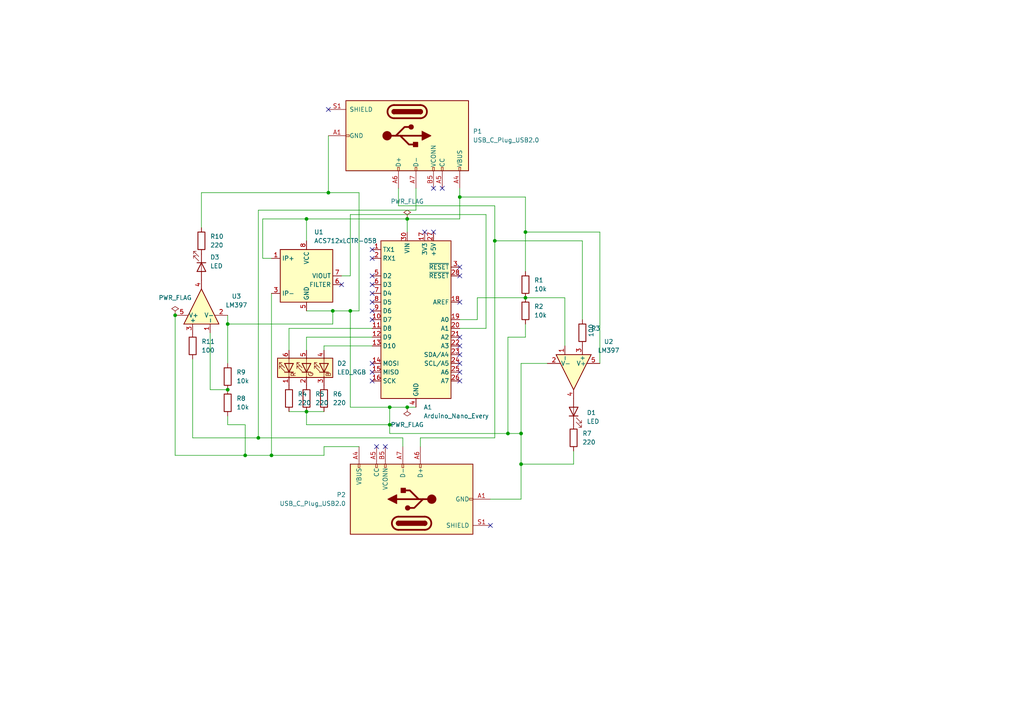
<source format=kicad_sch>
(kicad_sch
	(version 20231120)
	(generator "eeschema")
	(generator_version "8.0")
	(uuid "fb82d2be-2cd7-46bc-933b-d47af97aa52f")
	(paper "A4")
	(lib_symbols
		(symbol "Comparator:LM397"
			(pin_names
				(offset 0.127)
			)
			(exclude_from_sim no)
			(in_bom yes)
			(on_board yes)
			(property "Reference" "U"
				(at 1.27 5.08 0)
				(effects
					(font
						(size 1.27 1.27)
					)
				)
			)
			(property "Value" "LM397"
				(at 3.81 -5.08 0)
				(effects
					(font
						(size 1.27 1.27)
					)
				)
			)
			(property "Footprint" "Package_TO_SOT_SMD:SOT-23-5"
				(at 1.27 -15.24 0)
				(effects
					(font
						(size 1.27 1.27)
					)
					(hide yes)
				)
			)
			(property "Datasheet" "http://www.ti.com/lit/ds/symlink/lm397.pdf"
				(at 0 5.08 0)
				(effects
					(font
						(size 1.27 1.27)
					)
					(hide yes)
				)
			)
			(property "Description" "Single General-Purpose Voltage Comparator with Open-Collector Output, SOT-23-5"
				(at 0 0 0)
				(effects
					(font
						(size 1.27 1.27)
					)
					(hide yes)
				)
			)
			(property "ki_keywords" "single comparator"
				(at 0 0 0)
				(effects
					(font
						(size 1.27 1.27)
					)
					(hide yes)
				)
			)
			(property "ki_fp_filters" "SOT?23*"
				(at 0 0 0)
				(effects
					(font
						(size 1.27 1.27)
					)
					(hide yes)
				)
			)
			(symbol "LM397_0_1"
				(polyline
					(pts
						(xy -5.08 5.08) (xy 5.08 0) (xy -5.08 -5.08) (xy -5.08 5.08)
					)
					(stroke
						(width 0.254)
						(type default)
					)
					(fill
						(type background)
					)
				)
			)
			(symbol "LM397_1_1"
				(pin input line
					(at -7.62 -2.54 0)
					(length 2.54)
					(name "-"
						(effects
							(font
								(size 1.27 1.27)
							)
						)
					)
					(number "1"
						(effects
							(font
								(size 1.27 1.27)
							)
						)
					)
				)
				(pin power_in line
					(at -2.54 -7.62 90)
					(length 3.81)
					(name "V-"
						(effects
							(font
								(size 1.27 1.27)
							)
						)
					)
					(number "2"
						(effects
							(font
								(size 1.27 1.27)
							)
						)
					)
				)
				(pin input line
					(at -7.62 2.54 0)
					(length 2.54)
					(name "+"
						(effects
							(font
								(size 1.27 1.27)
							)
						)
					)
					(number "3"
						(effects
							(font
								(size 1.27 1.27)
							)
						)
					)
				)
				(pin open_collector line
					(at 7.62 0 180)
					(length 2.54)
					(name "~"
						(effects
							(font
								(size 1.27 1.27)
							)
						)
					)
					(number "4"
						(effects
							(font
								(size 1.27 1.27)
							)
						)
					)
				)
				(pin power_in line
					(at -2.54 7.62 270)
					(length 3.81)
					(name "V+"
						(effects
							(font
								(size 1.27 1.27)
							)
						)
					)
					(number "5"
						(effects
							(font
								(size 1.27 1.27)
							)
						)
					)
				)
			)
		)
		(symbol "Connector:USB_C_Plug_USB2.0"
			(pin_names
				(offset 1.016)
			)
			(exclude_from_sim no)
			(in_bom yes)
			(on_board yes)
			(property "Reference" "P"
				(at -10.16 19.05 0)
				(effects
					(font
						(size 1.27 1.27)
					)
					(justify left)
				)
			)
			(property "Value" "USB_C_Plug_USB2.0"
				(at 12.7 19.05 0)
				(effects
					(font
						(size 1.27 1.27)
					)
					(justify right)
				)
			)
			(property "Footprint" ""
				(at 3.81 0 0)
				(effects
					(font
						(size 1.27 1.27)
					)
					(hide yes)
				)
			)
			(property "Datasheet" "https://www.usb.org/sites/default/files/documents/usb_type-c.zip"
				(at 3.81 0 0)
				(effects
					(font
						(size 1.27 1.27)
					)
					(hide yes)
				)
			)
			(property "Description" "USB 2.0-only Type-C Plug connector"
				(at 0 0 0)
				(effects
					(font
						(size 1.27 1.27)
					)
					(hide yes)
				)
			)
			(property "ki_keywords" "usb universal serial bus type-C USB2.0"
				(at 0 0 0)
				(effects
					(font
						(size 1.27 1.27)
					)
					(hide yes)
				)
			)
			(property "ki_fp_filters" "USB*C*Plug*"
				(at 0 0 0)
				(effects
					(font
						(size 1.27 1.27)
					)
					(hide yes)
				)
			)
			(symbol "USB_C_Plug_USB2.0_0_0"
				(rectangle
					(start -0.254 -17.78)
					(end 0.254 -16.764)
					(stroke
						(width 0)
						(type default)
					)
					(fill
						(type none)
					)
				)
				(rectangle
					(start 10.16 -2.286)
					(end 9.144 -2.794)
					(stroke
						(width 0)
						(type default)
					)
					(fill
						(type none)
					)
				)
				(rectangle
					(start 10.16 2.794)
					(end 9.144 2.286)
					(stroke
						(width 0)
						(type default)
					)
					(fill
						(type none)
					)
				)
				(rectangle
					(start 10.16 7.874)
					(end 9.144 7.366)
					(stroke
						(width 0)
						(type default)
					)
					(fill
						(type none)
					)
				)
				(rectangle
					(start 10.16 10.414)
					(end 9.144 9.906)
					(stroke
						(width 0)
						(type default)
					)
					(fill
						(type none)
					)
				)
				(rectangle
					(start 10.16 15.494)
					(end 9.144 14.986)
					(stroke
						(width 0)
						(type default)
					)
					(fill
						(type none)
					)
				)
			)
			(symbol "USB_C_Plug_USB2.0_0_1"
				(rectangle
					(start -10.16 17.78)
					(end 10.16 -17.78)
					(stroke
						(width 0.254)
						(type default)
					)
					(fill
						(type background)
					)
				)
				(arc
					(start -8.89 -3.81)
					(mid -6.985 -5.7067)
					(end -5.08 -3.81)
					(stroke
						(width 0.508)
						(type default)
					)
					(fill
						(type none)
					)
				)
				(arc
					(start -7.62 -3.81)
					(mid -6.985 -4.4423)
					(end -6.35 -3.81)
					(stroke
						(width 0.254)
						(type default)
					)
					(fill
						(type none)
					)
				)
				(arc
					(start -7.62 -3.81)
					(mid -6.985 -4.4423)
					(end -6.35 -3.81)
					(stroke
						(width 0.254)
						(type default)
					)
					(fill
						(type outline)
					)
				)
				(rectangle
					(start -7.62 -3.81)
					(end -6.35 3.81)
					(stroke
						(width 0.254)
						(type default)
					)
					(fill
						(type outline)
					)
				)
				(arc
					(start -6.35 3.81)
					(mid -6.985 4.4423)
					(end -7.62 3.81)
					(stroke
						(width 0.254)
						(type default)
					)
					(fill
						(type none)
					)
				)
				(arc
					(start -6.35 3.81)
					(mid -6.985 4.4423)
					(end -7.62 3.81)
					(stroke
						(width 0.254)
						(type default)
					)
					(fill
						(type outline)
					)
				)
				(arc
					(start -5.08 3.81)
					(mid -6.985 5.7067)
					(end -8.89 3.81)
					(stroke
						(width 0.508)
						(type default)
					)
					(fill
						(type none)
					)
				)
				(circle
					(center -2.54 1.143)
					(radius 0.635)
					(stroke
						(width 0.254)
						(type default)
					)
					(fill
						(type outline)
					)
				)
				(circle
					(center 0 -5.842)
					(radius 1.27)
					(stroke
						(width 0)
						(type default)
					)
					(fill
						(type outline)
					)
				)
				(polyline
					(pts
						(xy -8.89 -3.81) (xy -8.89 3.81)
					)
					(stroke
						(width 0.508)
						(type default)
					)
					(fill
						(type none)
					)
				)
				(polyline
					(pts
						(xy -5.08 3.81) (xy -5.08 -3.81)
					)
					(stroke
						(width 0.508)
						(type default)
					)
					(fill
						(type none)
					)
				)
				(polyline
					(pts
						(xy 0 -5.842) (xy 0 4.318)
					)
					(stroke
						(width 0.508)
						(type default)
					)
					(fill
						(type none)
					)
				)
				(polyline
					(pts
						(xy 0 -3.302) (xy -2.54 -0.762) (xy -2.54 0.508)
					)
					(stroke
						(width 0.508)
						(type default)
					)
					(fill
						(type none)
					)
				)
				(polyline
					(pts
						(xy 0 -2.032) (xy 2.54 0.508) (xy 2.54 1.778)
					)
					(stroke
						(width 0.508)
						(type default)
					)
					(fill
						(type none)
					)
				)
				(polyline
					(pts
						(xy -1.27 4.318) (xy 0 6.858) (xy 1.27 4.318) (xy -1.27 4.318)
					)
					(stroke
						(width 0.254)
						(type default)
					)
					(fill
						(type outline)
					)
				)
				(rectangle
					(start 1.905 1.778)
					(end 3.175 3.048)
					(stroke
						(width 0.254)
						(type default)
					)
					(fill
						(type outline)
					)
				)
			)
			(symbol "USB_C_Plug_USB2.0_1_1"
				(pin passive line
					(at 0 -22.86 90)
					(length 5.08)
					(name "GND"
						(effects
							(font
								(size 1.27 1.27)
							)
						)
					)
					(number "A1"
						(effects
							(font
								(size 1.27 1.27)
							)
						)
					)
				)
				(pin passive line
					(at 0 -22.86 90)
					(length 5.08) hide
					(name "GND"
						(effects
							(font
								(size 1.27 1.27)
							)
						)
					)
					(number "A12"
						(effects
							(font
								(size 1.27 1.27)
							)
						)
					)
				)
				(pin passive line
					(at 15.24 15.24 180)
					(length 5.08)
					(name "VBUS"
						(effects
							(font
								(size 1.27 1.27)
							)
						)
					)
					(number "A4"
						(effects
							(font
								(size 1.27 1.27)
							)
						)
					)
				)
				(pin bidirectional line
					(at 15.24 10.16 180)
					(length 5.08)
					(name "CC"
						(effects
							(font
								(size 1.27 1.27)
							)
						)
					)
					(number "A5"
						(effects
							(font
								(size 1.27 1.27)
							)
						)
					)
				)
				(pin bidirectional line
					(at 15.24 -2.54 180)
					(length 5.08)
					(name "D+"
						(effects
							(font
								(size 1.27 1.27)
							)
						)
					)
					(number "A6"
						(effects
							(font
								(size 1.27 1.27)
							)
						)
					)
				)
				(pin bidirectional line
					(at 15.24 2.54 180)
					(length 5.08)
					(name "D-"
						(effects
							(font
								(size 1.27 1.27)
							)
						)
					)
					(number "A7"
						(effects
							(font
								(size 1.27 1.27)
							)
						)
					)
				)
				(pin passive line
					(at 15.24 15.24 180)
					(length 5.08) hide
					(name "VBUS"
						(effects
							(font
								(size 1.27 1.27)
							)
						)
					)
					(number "A9"
						(effects
							(font
								(size 1.27 1.27)
							)
						)
					)
				)
				(pin passive line
					(at 0 -22.86 90)
					(length 5.08) hide
					(name "GND"
						(effects
							(font
								(size 1.27 1.27)
							)
						)
					)
					(number "B1"
						(effects
							(font
								(size 1.27 1.27)
							)
						)
					)
				)
				(pin passive line
					(at 0 -22.86 90)
					(length 5.08) hide
					(name "GND"
						(effects
							(font
								(size 1.27 1.27)
							)
						)
					)
					(number "B12"
						(effects
							(font
								(size 1.27 1.27)
							)
						)
					)
				)
				(pin passive line
					(at 15.24 15.24 180)
					(length 5.08) hide
					(name "VBUS"
						(effects
							(font
								(size 1.27 1.27)
							)
						)
					)
					(number "B4"
						(effects
							(font
								(size 1.27 1.27)
							)
						)
					)
				)
				(pin bidirectional line
					(at 15.24 7.62 180)
					(length 5.08)
					(name "VCONN"
						(effects
							(font
								(size 1.27 1.27)
							)
						)
					)
					(number "B5"
						(effects
							(font
								(size 1.27 1.27)
							)
						)
					)
				)
				(pin passive line
					(at 15.24 15.24 180)
					(length 5.08) hide
					(name "VBUS"
						(effects
							(font
								(size 1.27 1.27)
							)
						)
					)
					(number "B9"
						(effects
							(font
								(size 1.27 1.27)
							)
						)
					)
				)
				(pin passive line
					(at -7.62 -22.86 90)
					(length 5.08)
					(name "SHIELD"
						(effects
							(font
								(size 1.27 1.27)
							)
						)
					)
					(number "S1"
						(effects
							(font
								(size 1.27 1.27)
							)
						)
					)
				)
			)
		)
		(symbol "Device:LED"
			(pin_numbers hide)
			(pin_names
				(offset 1.016) hide)
			(exclude_from_sim no)
			(in_bom yes)
			(on_board yes)
			(property "Reference" "D"
				(at 0 2.54 0)
				(effects
					(font
						(size 1.27 1.27)
					)
				)
			)
			(property "Value" "LED"
				(at 0 -2.54 0)
				(effects
					(font
						(size 1.27 1.27)
					)
				)
			)
			(property "Footprint" ""
				(at 0 0 0)
				(effects
					(font
						(size 1.27 1.27)
					)
					(hide yes)
				)
			)
			(property "Datasheet" "~"
				(at 0 0 0)
				(effects
					(font
						(size 1.27 1.27)
					)
					(hide yes)
				)
			)
			(property "Description" "Light emitting diode"
				(at 0 0 0)
				(effects
					(font
						(size 1.27 1.27)
					)
					(hide yes)
				)
			)
			(property "ki_keywords" "LED diode"
				(at 0 0 0)
				(effects
					(font
						(size 1.27 1.27)
					)
					(hide yes)
				)
			)
			(property "ki_fp_filters" "LED* LED_SMD:* LED_THT:*"
				(at 0 0 0)
				(effects
					(font
						(size 1.27 1.27)
					)
					(hide yes)
				)
			)
			(symbol "LED_0_1"
				(polyline
					(pts
						(xy -1.27 -1.27) (xy -1.27 1.27)
					)
					(stroke
						(width 0.254)
						(type default)
					)
					(fill
						(type none)
					)
				)
				(polyline
					(pts
						(xy -1.27 0) (xy 1.27 0)
					)
					(stroke
						(width 0)
						(type default)
					)
					(fill
						(type none)
					)
				)
				(polyline
					(pts
						(xy 1.27 -1.27) (xy 1.27 1.27) (xy -1.27 0) (xy 1.27 -1.27)
					)
					(stroke
						(width 0.254)
						(type default)
					)
					(fill
						(type none)
					)
				)
				(polyline
					(pts
						(xy -3.048 -0.762) (xy -4.572 -2.286) (xy -3.81 -2.286) (xy -4.572 -2.286) (xy -4.572 -1.524)
					)
					(stroke
						(width 0)
						(type default)
					)
					(fill
						(type none)
					)
				)
				(polyline
					(pts
						(xy -1.778 -0.762) (xy -3.302 -2.286) (xy -2.54 -2.286) (xy -3.302 -2.286) (xy -3.302 -1.524)
					)
					(stroke
						(width 0)
						(type default)
					)
					(fill
						(type none)
					)
				)
			)
			(symbol "LED_1_1"
				(pin passive line
					(at -3.81 0 0)
					(length 2.54)
					(name "K"
						(effects
							(font
								(size 1.27 1.27)
							)
						)
					)
					(number "1"
						(effects
							(font
								(size 1.27 1.27)
							)
						)
					)
				)
				(pin passive line
					(at 3.81 0 180)
					(length 2.54)
					(name "A"
						(effects
							(font
								(size 1.27 1.27)
							)
						)
					)
					(number "2"
						(effects
							(font
								(size 1.27 1.27)
							)
						)
					)
				)
			)
		)
		(symbol "Device:LED_RGB"
			(pin_names
				(offset 0) hide)
			(exclude_from_sim no)
			(in_bom yes)
			(on_board yes)
			(property "Reference" "D"
				(at 0 9.398 0)
				(effects
					(font
						(size 1.27 1.27)
					)
				)
			)
			(property "Value" "LED_RGB"
				(at 0 -8.89 0)
				(effects
					(font
						(size 1.27 1.27)
					)
				)
			)
			(property "Footprint" ""
				(at 0 -1.27 0)
				(effects
					(font
						(size 1.27 1.27)
					)
					(hide yes)
				)
			)
			(property "Datasheet" "~"
				(at 0 -1.27 0)
				(effects
					(font
						(size 1.27 1.27)
					)
					(hide yes)
				)
			)
			(property "Description" "RGB LED, 6 pin package"
				(at 0 0 0)
				(effects
					(font
						(size 1.27 1.27)
					)
					(hide yes)
				)
			)
			(property "ki_keywords" "LED RGB diode"
				(at 0 0 0)
				(effects
					(font
						(size 1.27 1.27)
					)
					(hide yes)
				)
			)
			(property "ki_fp_filters" "LED* LED_SMD:* LED_THT:*"
				(at 0 0 0)
				(effects
					(font
						(size 1.27 1.27)
					)
					(hide yes)
				)
			)
			(symbol "LED_RGB_0_0"
				(text "B"
					(at -1.905 -6.35 0)
					(effects
						(font
							(size 1.27 1.27)
						)
					)
				)
				(text "G"
					(at -1.905 -1.27 0)
					(effects
						(font
							(size 1.27 1.27)
						)
					)
				)
				(text "R"
					(at -1.905 3.81 0)
					(effects
						(font
							(size 1.27 1.27)
						)
					)
				)
			)
			(symbol "LED_RGB_0_1"
				(polyline
					(pts
						(xy -1.27 -5.08) (xy -2.54 -5.08)
					)
					(stroke
						(width 0)
						(type default)
					)
					(fill
						(type none)
					)
				)
				(polyline
					(pts
						(xy -1.27 -5.08) (xy 1.27 -5.08)
					)
					(stroke
						(width 0)
						(type default)
					)
					(fill
						(type none)
					)
				)
				(polyline
					(pts
						(xy -1.27 -3.81) (xy -1.27 -6.35)
					)
					(stroke
						(width 0.254)
						(type default)
					)
					(fill
						(type none)
					)
				)
				(polyline
					(pts
						(xy -1.27 0) (xy -2.54 0)
					)
					(stroke
						(width 0)
						(type default)
					)
					(fill
						(type none)
					)
				)
				(polyline
					(pts
						(xy -1.27 1.27) (xy -1.27 -1.27)
					)
					(stroke
						(width 0.254)
						(type default)
					)
					(fill
						(type none)
					)
				)
				(polyline
					(pts
						(xy -1.27 5.08) (xy -2.54 5.08)
					)
					(stroke
						(width 0)
						(type default)
					)
					(fill
						(type none)
					)
				)
				(polyline
					(pts
						(xy -1.27 5.08) (xy 1.27 5.08)
					)
					(stroke
						(width 0)
						(type default)
					)
					(fill
						(type none)
					)
				)
				(polyline
					(pts
						(xy -1.27 6.35) (xy -1.27 3.81)
					)
					(stroke
						(width 0.254)
						(type default)
					)
					(fill
						(type none)
					)
				)
				(polyline
					(pts
						(xy 1.27 -5.08) (xy 2.54 -5.08)
					)
					(stroke
						(width 0)
						(type default)
					)
					(fill
						(type none)
					)
				)
				(polyline
					(pts
						(xy 1.27 0) (xy -1.27 0)
					)
					(stroke
						(width 0)
						(type default)
					)
					(fill
						(type none)
					)
				)
				(polyline
					(pts
						(xy 1.27 0) (xy 2.54 0)
					)
					(stroke
						(width 0)
						(type default)
					)
					(fill
						(type none)
					)
				)
				(polyline
					(pts
						(xy 1.27 5.08) (xy 2.54 5.08)
					)
					(stroke
						(width 0)
						(type default)
					)
					(fill
						(type none)
					)
				)
				(polyline
					(pts
						(xy -1.27 1.27) (xy -1.27 -1.27) (xy -1.27 -1.27)
					)
					(stroke
						(width 0)
						(type default)
					)
					(fill
						(type none)
					)
				)
				(polyline
					(pts
						(xy -1.27 6.35) (xy -1.27 3.81) (xy -1.27 3.81)
					)
					(stroke
						(width 0)
						(type default)
					)
					(fill
						(type none)
					)
				)
				(polyline
					(pts
						(xy 1.27 -3.81) (xy 1.27 -6.35) (xy -1.27 -5.08) (xy 1.27 -3.81)
					)
					(stroke
						(width 0.254)
						(type default)
					)
					(fill
						(type none)
					)
				)
				(polyline
					(pts
						(xy 1.27 1.27) (xy 1.27 -1.27) (xy -1.27 0) (xy 1.27 1.27)
					)
					(stroke
						(width 0.254)
						(type default)
					)
					(fill
						(type none)
					)
				)
				(polyline
					(pts
						(xy 1.27 6.35) (xy 1.27 3.81) (xy -1.27 5.08) (xy 1.27 6.35)
					)
					(stroke
						(width 0.254)
						(type default)
					)
					(fill
						(type none)
					)
				)
				(polyline
					(pts
						(xy -1.016 -3.81) (xy 0.508 -2.286) (xy -0.254 -2.286) (xy 0.508 -2.286) (xy 0.508 -3.048)
					)
					(stroke
						(width 0)
						(type default)
					)
					(fill
						(type none)
					)
				)
				(polyline
					(pts
						(xy -1.016 1.27) (xy 0.508 2.794) (xy -0.254 2.794) (xy 0.508 2.794) (xy 0.508 2.032)
					)
					(stroke
						(width 0)
						(type default)
					)
					(fill
						(type none)
					)
				)
				(polyline
					(pts
						(xy -1.016 6.35) (xy 0.508 7.874) (xy -0.254 7.874) (xy 0.508 7.874) (xy 0.508 7.112)
					)
					(stroke
						(width 0)
						(type default)
					)
					(fill
						(type none)
					)
				)
				(polyline
					(pts
						(xy 0 -3.81) (xy 1.524 -2.286) (xy 0.762 -2.286) (xy 1.524 -2.286) (xy 1.524 -3.048)
					)
					(stroke
						(width 0)
						(type default)
					)
					(fill
						(type none)
					)
				)
				(polyline
					(pts
						(xy 0 1.27) (xy 1.524 2.794) (xy 0.762 2.794) (xy 1.524 2.794) (xy 1.524 2.032)
					)
					(stroke
						(width 0)
						(type default)
					)
					(fill
						(type none)
					)
				)
				(polyline
					(pts
						(xy 0 6.35) (xy 1.524 7.874) (xy 0.762 7.874) (xy 1.524 7.874) (xy 1.524 7.112)
					)
					(stroke
						(width 0)
						(type default)
					)
					(fill
						(type none)
					)
				)
				(rectangle
					(start 1.27 -1.27)
					(end 1.27 1.27)
					(stroke
						(width 0)
						(type default)
					)
					(fill
						(type none)
					)
				)
				(rectangle
					(start 1.27 1.27)
					(end 1.27 1.27)
					(stroke
						(width 0)
						(type default)
					)
					(fill
						(type none)
					)
				)
				(rectangle
					(start 1.27 3.81)
					(end 1.27 6.35)
					(stroke
						(width 0)
						(type default)
					)
					(fill
						(type none)
					)
				)
				(rectangle
					(start 1.27 6.35)
					(end 1.27 6.35)
					(stroke
						(width 0)
						(type default)
					)
					(fill
						(type none)
					)
				)
				(rectangle
					(start 2.794 8.382)
					(end -2.794 -7.62)
					(stroke
						(width 0.254)
						(type default)
					)
					(fill
						(type background)
					)
				)
			)
			(symbol "LED_RGB_1_1"
				(pin passive line
					(at -5.08 5.08 0)
					(length 2.54)
					(name "RK"
						(effects
							(font
								(size 1.27 1.27)
							)
						)
					)
					(number "1"
						(effects
							(font
								(size 1.27 1.27)
							)
						)
					)
				)
				(pin passive line
					(at -5.08 0 0)
					(length 2.54)
					(name "GK"
						(effects
							(font
								(size 1.27 1.27)
							)
						)
					)
					(number "2"
						(effects
							(font
								(size 1.27 1.27)
							)
						)
					)
				)
				(pin passive line
					(at -5.08 -5.08 0)
					(length 2.54)
					(name "BK"
						(effects
							(font
								(size 1.27 1.27)
							)
						)
					)
					(number "3"
						(effects
							(font
								(size 1.27 1.27)
							)
						)
					)
				)
				(pin passive line
					(at 5.08 -5.08 180)
					(length 2.54)
					(name "BA"
						(effects
							(font
								(size 1.27 1.27)
							)
						)
					)
					(number "4"
						(effects
							(font
								(size 1.27 1.27)
							)
						)
					)
				)
				(pin passive line
					(at 5.08 0 180)
					(length 2.54)
					(name "GA"
						(effects
							(font
								(size 1.27 1.27)
							)
						)
					)
					(number "5"
						(effects
							(font
								(size 1.27 1.27)
							)
						)
					)
				)
				(pin passive line
					(at 5.08 5.08 180)
					(length 2.54)
					(name "RA"
						(effects
							(font
								(size 1.27 1.27)
							)
						)
					)
					(number "6"
						(effects
							(font
								(size 1.27 1.27)
							)
						)
					)
				)
			)
		)
		(symbol "Device:R"
			(pin_numbers hide)
			(pin_names
				(offset 0)
			)
			(exclude_from_sim no)
			(in_bom yes)
			(on_board yes)
			(property "Reference" "R"
				(at 2.032 0 90)
				(effects
					(font
						(size 1.27 1.27)
					)
				)
			)
			(property "Value" "R"
				(at 0 0 90)
				(effects
					(font
						(size 1.27 1.27)
					)
				)
			)
			(property "Footprint" ""
				(at -1.778 0 90)
				(effects
					(font
						(size 1.27 1.27)
					)
					(hide yes)
				)
			)
			(property "Datasheet" "~"
				(at 0 0 0)
				(effects
					(font
						(size 1.27 1.27)
					)
					(hide yes)
				)
			)
			(property "Description" "Resistor"
				(at 0 0 0)
				(effects
					(font
						(size 1.27 1.27)
					)
					(hide yes)
				)
			)
			(property "ki_keywords" "R res resistor"
				(at 0 0 0)
				(effects
					(font
						(size 1.27 1.27)
					)
					(hide yes)
				)
			)
			(property "ki_fp_filters" "R_*"
				(at 0 0 0)
				(effects
					(font
						(size 1.27 1.27)
					)
					(hide yes)
				)
			)
			(symbol "R_0_1"
				(rectangle
					(start -1.016 -2.54)
					(end 1.016 2.54)
					(stroke
						(width 0.254)
						(type default)
					)
					(fill
						(type none)
					)
				)
			)
			(symbol "R_1_1"
				(pin passive line
					(at 0 3.81 270)
					(length 1.27)
					(name "~"
						(effects
							(font
								(size 1.27 1.27)
							)
						)
					)
					(number "1"
						(effects
							(font
								(size 1.27 1.27)
							)
						)
					)
				)
				(pin passive line
					(at 0 -3.81 90)
					(length 1.27)
					(name "~"
						(effects
							(font
								(size 1.27 1.27)
							)
						)
					)
					(number "2"
						(effects
							(font
								(size 1.27 1.27)
							)
						)
					)
				)
			)
		)
		(symbol "MCU_Module:Arduino_Nano_Every"
			(exclude_from_sim no)
			(in_bom yes)
			(on_board yes)
			(property "Reference" "A"
				(at -10.16 23.495 0)
				(effects
					(font
						(size 1.27 1.27)
					)
					(justify left bottom)
				)
			)
			(property "Value" "Arduino_Nano_Every"
				(at 5.08 -24.13 0)
				(effects
					(font
						(size 1.27 1.27)
					)
					(justify left top)
				)
			)
			(property "Footprint" "Module:Arduino_Nano"
				(at 0 0 0)
				(effects
					(font
						(size 1.27 1.27)
						(italic yes)
					)
					(hide yes)
				)
			)
			(property "Datasheet" "https://content.arduino.cc/assets/NANOEveryV3.0_sch.pdf"
				(at 0 0 0)
				(effects
					(font
						(size 1.27 1.27)
					)
					(hide yes)
				)
			)
			(property "Description" "Arduino Nano Every"
				(at 0 0 0)
				(effects
					(font
						(size 1.27 1.27)
					)
					(hide yes)
				)
			)
			(property "ki_keywords" "Arduino nano microcontroller module USB UPDI AATMega4809 AVR"
				(at 0 0 0)
				(effects
					(font
						(size 1.27 1.27)
					)
					(hide yes)
				)
			)
			(property "ki_fp_filters" "Arduino*Nano*"
				(at 0 0 0)
				(effects
					(font
						(size 1.27 1.27)
					)
					(hide yes)
				)
			)
			(symbol "Arduino_Nano_Every_0_1"
				(rectangle
					(start -10.16 22.86)
					(end 10.16 -22.86)
					(stroke
						(width 0.254)
						(type default)
					)
					(fill
						(type background)
					)
				)
			)
			(symbol "Arduino_Nano_Every_1_1"
				(pin bidirectional line
					(at -12.7 20.32 0)
					(length 2.54)
					(name "TX1"
						(effects
							(font
								(size 1.27 1.27)
							)
						)
					)
					(number "1"
						(effects
							(font
								(size 1.27 1.27)
							)
						)
					)
				)
				(pin bidirectional line
					(at -12.7 0 0)
					(length 2.54)
					(name "D7"
						(effects
							(font
								(size 1.27 1.27)
							)
						)
					)
					(number "10"
						(effects
							(font
								(size 1.27 1.27)
							)
						)
					)
				)
				(pin bidirectional line
					(at -12.7 -2.54 0)
					(length 2.54)
					(name "D8"
						(effects
							(font
								(size 1.27 1.27)
							)
						)
					)
					(number "11"
						(effects
							(font
								(size 1.27 1.27)
							)
						)
					)
				)
				(pin bidirectional line
					(at -12.7 -5.08 0)
					(length 2.54)
					(name "D9"
						(effects
							(font
								(size 1.27 1.27)
							)
						)
					)
					(number "12"
						(effects
							(font
								(size 1.27 1.27)
							)
						)
					)
				)
				(pin bidirectional line
					(at -12.7 -7.62 0)
					(length 2.54)
					(name "D10"
						(effects
							(font
								(size 1.27 1.27)
							)
						)
					)
					(number "13"
						(effects
							(font
								(size 1.27 1.27)
							)
						)
					)
				)
				(pin bidirectional line
					(at -12.7 -12.7 0)
					(length 2.54)
					(name "MOSI"
						(effects
							(font
								(size 1.27 1.27)
							)
						)
					)
					(number "14"
						(effects
							(font
								(size 1.27 1.27)
							)
						)
					)
				)
				(pin bidirectional line
					(at -12.7 -15.24 0)
					(length 2.54)
					(name "MISO"
						(effects
							(font
								(size 1.27 1.27)
							)
						)
					)
					(number "15"
						(effects
							(font
								(size 1.27 1.27)
							)
						)
					)
				)
				(pin bidirectional line
					(at -12.7 -17.78 0)
					(length 2.54)
					(name "SCK"
						(effects
							(font
								(size 1.27 1.27)
							)
						)
					)
					(number "16"
						(effects
							(font
								(size 1.27 1.27)
							)
						)
					)
				)
				(pin power_out line
					(at 2.54 25.4 270)
					(length 2.54)
					(name "3V3"
						(effects
							(font
								(size 1.27 1.27)
							)
						)
					)
					(number "17"
						(effects
							(font
								(size 1.27 1.27)
							)
						)
					)
				)
				(pin input line
					(at 12.7 5.08 180)
					(length 2.54)
					(name "AREF"
						(effects
							(font
								(size 1.27 1.27)
							)
						)
					)
					(number "18"
						(effects
							(font
								(size 1.27 1.27)
							)
						)
					)
				)
				(pin bidirectional line
					(at 12.7 0 180)
					(length 2.54)
					(name "A0"
						(effects
							(font
								(size 1.27 1.27)
							)
						)
					)
					(number "19"
						(effects
							(font
								(size 1.27 1.27)
							)
						)
					)
				)
				(pin bidirectional line
					(at -12.7 17.78 0)
					(length 2.54)
					(name "RX1"
						(effects
							(font
								(size 1.27 1.27)
							)
						)
					)
					(number "2"
						(effects
							(font
								(size 1.27 1.27)
							)
						)
					)
				)
				(pin bidirectional line
					(at 12.7 -2.54 180)
					(length 2.54)
					(name "A1"
						(effects
							(font
								(size 1.27 1.27)
							)
						)
					)
					(number "20"
						(effects
							(font
								(size 1.27 1.27)
							)
						)
					)
				)
				(pin bidirectional line
					(at 12.7 -5.08 180)
					(length 2.54)
					(name "A2"
						(effects
							(font
								(size 1.27 1.27)
							)
						)
					)
					(number "21"
						(effects
							(font
								(size 1.27 1.27)
							)
						)
					)
				)
				(pin bidirectional line
					(at 12.7 -7.62 180)
					(length 2.54)
					(name "A3"
						(effects
							(font
								(size 1.27 1.27)
							)
						)
					)
					(number "22"
						(effects
							(font
								(size 1.27 1.27)
							)
						)
					)
				)
				(pin bidirectional line
					(at 12.7 -10.16 180)
					(length 2.54)
					(name "SDA/A4"
						(effects
							(font
								(size 1.27 1.27)
							)
						)
					)
					(number "23"
						(effects
							(font
								(size 1.27 1.27)
							)
						)
					)
				)
				(pin bidirectional line
					(at 12.7 -12.7 180)
					(length 2.54)
					(name "SCL/A5"
						(effects
							(font
								(size 1.27 1.27)
							)
						)
					)
					(number "24"
						(effects
							(font
								(size 1.27 1.27)
							)
						)
					)
				)
				(pin bidirectional line
					(at 12.7 -15.24 180)
					(length 2.54)
					(name "A6"
						(effects
							(font
								(size 1.27 1.27)
							)
						)
					)
					(number "25"
						(effects
							(font
								(size 1.27 1.27)
							)
						)
					)
				)
				(pin bidirectional line
					(at 12.7 -17.78 180)
					(length 2.54)
					(name "A7"
						(effects
							(font
								(size 1.27 1.27)
							)
						)
					)
					(number "26"
						(effects
							(font
								(size 1.27 1.27)
							)
						)
					)
				)
				(pin power_out line
					(at 5.08 25.4 270)
					(length 2.54)
					(name "+5V"
						(effects
							(font
								(size 1.27 1.27)
							)
						)
					)
					(number "27"
						(effects
							(font
								(size 1.27 1.27)
							)
						)
					)
				)
				(pin input line
					(at 12.7 12.7 180)
					(length 2.54)
					(name "~{RESET}"
						(effects
							(font
								(size 1.27 1.27)
							)
						)
					)
					(number "28"
						(effects
							(font
								(size 1.27 1.27)
							)
						)
					)
				)
				(pin passive line
					(at 0 -25.4 90)
					(length 2.54) hide
					(name "GND"
						(effects
							(font
								(size 1.27 1.27)
							)
						)
					)
					(number "29"
						(effects
							(font
								(size 1.27 1.27)
							)
						)
					)
				)
				(pin input line
					(at 12.7 15.24 180)
					(length 2.54)
					(name "~{RESET}"
						(effects
							(font
								(size 1.27 1.27)
							)
						)
					)
					(number "3"
						(effects
							(font
								(size 1.27 1.27)
							)
						)
					)
				)
				(pin power_in line
					(at -2.54 25.4 270)
					(length 2.54)
					(name "VIN"
						(effects
							(font
								(size 1.27 1.27)
							)
						)
					)
					(number "30"
						(effects
							(font
								(size 1.27 1.27)
							)
						)
					)
				)
				(pin power_in line
					(at 0 -25.4 90)
					(length 2.54)
					(name "GND"
						(effects
							(font
								(size 1.27 1.27)
							)
						)
					)
					(number "4"
						(effects
							(font
								(size 1.27 1.27)
							)
						)
					)
				)
				(pin bidirectional line
					(at -12.7 12.7 0)
					(length 2.54)
					(name "D2"
						(effects
							(font
								(size 1.27 1.27)
							)
						)
					)
					(number "5"
						(effects
							(font
								(size 1.27 1.27)
							)
						)
					)
				)
				(pin bidirectional line
					(at -12.7 10.16 0)
					(length 2.54)
					(name "D3"
						(effects
							(font
								(size 1.27 1.27)
							)
						)
					)
					(number "6"
						(effects
							(font
								(size 1.27 1.27)
							)
						)
					)
				)
				(pin bidirectional line
					(at -12.7 7.62 0)
					(length 2.54)
					(name "D4"
						(effects
							(font
								(size 1.27 1.27)
							)
						)
					)
					(number "7"
						(effects
							(font
								(size 1.27 1.27)
							)
						)
					)
				)
				(pin bidirectional line
					(at -12.7 5.08 0)
					(length 2.54)
					(name "D5"
						(effects
							(font
								(size 1.27 1.27)
							)
						)
					)
					(number "8"
						(effects
							(font
								(size 1.27 1.27)
							)
						)
					)
				)
				(pin bidirectional line
					(at -12.7 2.54 0)
					(length 2.54)
					(name "D6"
						(effects
							(font
								(size 1.27 1.27)
							)
						)
					)
					(number "9"
						(effects
							(font
								(size 1.27 1.27)
							)
						)
					)
				)
			)
		)
		(symbol "Sensor_Current:ACS712xLCTR-05B"
			(exclude_from_sim no)
			(in_bom yes)
			(on_board yes)
			(property "Reference" "U"
				(at 2.54 11.43 0)
				(effects
					(font
						(size 1.27 1.27)
					)
					(justify left)
				)
			)
			(property "Value" "ACS712xLCTR-05B"
				(at 2.54 8.89 0)
				(effects
					(font
						(size 1.27 1.27)
					)
					(justify left)
				)
			)
			(property "Footprint" "Package_SO:SOIC-8_3.9x4.9mm_P1.27mm"
				(at 2.54 -8.89 0)
				(effects
					(font
						(size 1.27 1.27)
						(italic yes)
					)
					(justify left)
					(hide yes)
				)
			)
			(property "Datasheet" "http://www.allegromicro.com/~/media/Files/Datasheets/ACS712-Datasheet.ashx?la=en"
				(at 0 0 0)
				(effects
					(font
						(size 1.27 1.27)
					)
					(hide yes)
				)
			)
			(property "Description" "±5A Bidirectional Hall-Effect Current Sensor, +5.0V supply, 185mV/A, SOIC-8"
				(at 0 0 0)
				(effects
					(font
						(size 1.27 1.27)
					)
					(hide yes)
				)
			)
			(property "ki_keywords" "hall effect current monitor sensor isolated"
				(at 0 0 0)
				(effects
					(font
						(size 1.27 1.27)
					)
					(hide yes)
				)
			)
			(property "ki_fp_filters" "SOIC*3.9x4.9m*P1.27mm*"
				(at 0 0 0)
				(effects
					(font
						(size 1.27 1.27)
					)
					(hide yes)
				)
			)
			(symbol "ACS712xLCTR-05B_0_1"
				(rectangle
					(start -7.62 7.62)
					(end 7.62 -7.62)
					(stroke
						(width 0.254)
						(type default)
					)
					(fill
						(type background)
					)
				)
			)
			(symbol "ACS712xLCTR-05B_1_1"
				(pin passive line
					(at -10.16 5.08 0)
					(length 2.54)
					(name "IP+"
						(effects
							(font
								(size 1.27 1.27)
							)
						)
					)
					(number "1"
						(effects
							(font
								(size 1.27 1.27)
							)
						)
					)
				)
				(pin passive line
					(at -10.16 5.08 0)
					(length 2.54) hide
					(name "IP+"
						(effects
							(font
								(size 1.27 1.27)
							)
						)
					)
					(number "2"
						(effects
							(font
								(size 1.27 1.27)
							)
						)
					)
				)
				(pin passive line
					(at -10.16 -5.08 0)
					(length 2.54)
					(name "IP-"
						(effects
							(font
								(size 1.27 1.27)
							)
						)
					)
					(number "3"
						(effects
							(font
								(size 1.27 1.27)
							)
						)
					)
				)
				(pin passive line
					(at -10.16 -5.08 0)
					(length 2.54) hide
					(name "IP-"
						(effects
							(font
								(size 1.27 1.27)
							)
						)
					)
					(number "4"
						(effects
							(font
								(size 1.27 1.27)
							)
						)
					)
				)
				(pin power_in line
					(at 0 -10.16 90)
					(length 2.54)
					(name "GND"
						(effects
							(font
								(size 1.27 1.27)
							)
						)
					)
					(number "5"
						(effects
							(font
								(size 1.27 1.27)
							)
						)
					)
				)
				(pin passive line
					(at 10.16 -2.54 180)
					(length 2.54)
					(name "FILTER"
						(effects
							(font
								(size 1.27 1.27)
							)
						)
					)
					(number "6"
						(effects
							(font
								(size 1.27 1.27)
							)
						)
					)
				)
				(pin output line
					(at 10.16 0 180)
					(length 2.54)
					(name "VIOUT"
						(effects
							(font
								(size 1.27 1.27)
							)
						)
					)
					(number "7"
						(effects
							(font
								(size 1.27 1.27)
							)
						)
					)
				)
				(pin power_in line
					(at 0 10.16 270)
					(length 2.54)
					(name "VCC"
						(effects
							(font
								(size 1.27 1.27)
							)
						)
					)
					(number "8"
						(effects
							(font
								(size 1.27 1.27)
							)
						)
					)
				)
			)
		)
		(symbol "power:PWR_FLAG"
			(power)
			(pin_numbers hide)
			(pin_names
				(offset 0) hide)
			(exclude_from_sim no)
			(in_bom yes)
			(on_board yes)
			(property "Reference" "#FLG"
				(at 0 1.905 0)
				(effects
					(font
						(size 1.27 1.27)
					)
					(hide yes)
				)
			)
			(property "Value" "PWR_FLAG"
				(at 0 3.81 0)
				(effects
					(font
						(size 1.27 1.27)
					)
				)
			)
			(property "Footprint" ""
				(at 0 0 0)
				(effects
					(font
						(size 1.27 1.27)
					)
					(hide yes)
				)
			)
			(property "Datasheet" "~"
				(at 0 0 0)
				(effects
					(font
						(size 1.27 1.27)
					)
					(hide yes)
				)
			)
			(property "Description" "Special symbol for telling ERC where power comes from"
				(at 0 0 0)
				(effects
					(font
						(size 1.27 1.27)
					)
					(hide yes)
				)
			)
			(property "ki_keywords" "flag power"
				(at 0 0 0)
				(effects
					(font
						(size 1.27 1.27)
					)
					(hide yes)
				)
			)
			(symbol "PWR_FLAG_0_0"
				(pin power_out line
					(at 0 0 90)
					(length 0)
					(name "~"
						(effects
							(font
								(size 1.27 1.27)
							)
						)
					)
					(number "1"
						(effects
							(font
								(size 1.27 1.27)
							)
						)
					)
				)
			)
			(symbol "PWR_FLAG_0_1"
				(polyline
					(pts
						(xy 0 0) (xy 0 1.27) (xy -1.016 1.905) (xy 0 2.54) (xy 1.016 1.905) (xy 0 1.27)
					)
					(stroke
						(width 0)
						(type default)
					)
					(fill
						(type none)
					)
				)
			)
		)
	)
	(junction
		(at 118.11 118.11)
		(diameter 0)
		(color 0 0 0 0)
		(uuid "144c4622-674a-46df-81d4-86784a71c6fc")
	)
	(junction
		(at 74.93 127)
		(diameter 0)
		(color 0 0 0 0)
		(uuid "20dc2c3c-c273-4f8b-91b2-1c9cae881c7e")
	)
	(junction
		(at 66.04 93.98)
		(diameter 0)
		(color 0 0 0 0)
		(uuid "24c96fc5-9826-4f3e-be91-83a7cddb8abe")
	)
	(junction
		(at 152.4 67.31)
		(diameter 0)
		(color 0 0 0 0)
		(uuid "25223c3b-0885-4d8e-af41-ba8f8feea3a0")
	)
	(junction
		(at 151.13 125.73)
		(diameter 0)
		(color 0 0 0 0)
		(uuid "322015e8-d58b-430b-a360-97c580af9511")
	)
	(junction
		(at 78.74 132.08)
		(diameter 0)
		(color 0 0 0 0)
		(uuid "36f673a5-bd14-46bc-8600-1c44df2503a2")
	)
	(junction
		(at 133.35 57.15)
		(diameter 0)
		(color 0 0 0 0)
		(uuid "46a76ad3-21de-40d6-b83f-ab2b913bf0d8")
	)
	(junction
		(at 113.03 123.19)
		(diameter 0)
		(color 0 0 0 0)
		(uuid "4d46764f-4f75-42fd-9c6f-6b3b02e205b2")
	)
	(junction
		(at 71.12 132.08)
		(diameter 0)
		(color 0 0 0 0)
		(uuid "52fd19d4-8b92-4071-a1d8-2b690821f49b")
	)
	(junction
		(at 152.4 86.36)
		(diameter 0)
		(color 0 0 0 0)
		(uuid "55392b51-3123-4095-a36a-6b1b00541a8a")
	)
	(junction
		(at 151.13 134.62)
		(diameter 0)
		(color 0 0 0 0)
		(uuid "568490d6-5eda-428e-b67d-7a0f203e415a")
	)
	(junction
		(at 95.25 55.88)
		(diameter 0)
		(color 0 0 0 0)
		(uuid "5724c81f-1032-4f1d-a27b-a886be5731fc")
	)
	(junction
		(at 113.03 118.11)
		(diameter 0)
		(color 0 0 0 0)
		(uuid "7056c819-6c51-4d0b-b8aa-8e0cd96059ce")
	)
	(junction
		(at 88.9 63.5)
		(diameter 0)
		(color 0 0 0 0)
		(uuid "79d7b5f0-9d99-4372-b2bb-18da2b2745bb")
	)
	(junction
		(at 118.11 63.5)
		(diameter 0)
		(color 0 0 0 0)
		(uuid "a4fc312c-9e63-443f-aafc-61486d411acd")
	)
	(junction
		(at 88.9 119.38)
		(diameter 0)
		(color 0 0 0 0)
		(uuid "ae31401e-2af2-401f-b4f3-4785ba722a3c")
	)
	(junction
		(at 96.52 90.17)
		(diameter 0)
		(color 0 0 0 0)
		(uuid "bc7b0973-aa16-4d21-bd39-50723ca2170a")
	)
	(junction
		(at 147.32 125.73)
		(diameter 0)
		(color 0 0 0 0)
		(uuid "bef68113-5e2b-4fb8-a57c-17edaace7233")
	)
	(junction
		(at 143.51 69.85)
		(diameter 0)
		(color 0 0 0 0)
		(uuid "daa12f5e-09b3-457d-89df-a4e6072fbeec")
	)
	(junction
		(at 101.6 90.17)
		(diameter 0)
		(color 0 0 0 0)
		(uuid "e114a15d-c33a-470a-acd3-4b4e4faadd6d")
	)
	(junction
		(at 50.8 91.44)
		(diameter 0)
		(color 0 0 0 0)
		(uuid "eec50761-4712-47be-ac33-6c4fca2180da")
	)
	(junction
		(at 66.04 113.03)
		(diameter 0)
		(color 0 0 0 0)
		(uuid "fe03706f-b65f-4cc2-894e-1ef0255adf30")
	)
	(no_connect
		(at 133.35 100.33)
		(uuid "18f9f456-659e-45fd-8427-6266a0efa75d")
	)
	(no_connect
		(at 107.95 92.71)
		(uuid "197b543e-c246-4b79-b34e-d0918fc0fb05")
	)
	(no_connect
		(at 133.35 77.47)
		(uuid "22d8a1c0-2dd9-4687-aaf0-1089b4927af1")
	)
	(no_connect
		(at 107.95 90.17)
		(uuid "3d4c4141-2291-4725-a685-0299e9364893")
	)
	(no_connect
		(at 133.35 105.41)
		(uuid "4bb8dd7f-82f9-46f2-a411-155a1ed54dd9")
	)
	(no_connect
		(at 107.95 80.01)
		(uuid "4c7c14f1-c391-4263-9101-ea5833dd97fb")
	)
	(no_connect
		(at 107.95 107.95)
		(uuid "5539c7a1-579d-4d22-9d3e-b6c60a639e97")
	)
	(no_connect
		(at 142.24 152.4)
		(uuid "5e2a4374-558a-4d32-97d1-3ddb9b013ddd")
	)
	(no_connect
		(at 107.95 82.55)
		(uuid "677ef68f-8e61-4fa4-95a6-b8edeab296a3")
	)
	(no_connect
		(at 107.95 110.49)
		(uuid "6ae48170-65fe-4128-80df-d7c85a68bfd6")
	)
	(no_connect
		(at 107.95 74.93)
		(uuid "6b74e7d5-fbf8-49ba-afde-839f4a5d533d")
	)
	(no_connect
		(at 107.95 72.39)
		(uuid "6c06b4fe-d5b2-4db2-99d1-1475f6f7c911")
	)
	(no_connect
		(at 99.06 82.55)
		(uuid "6fd0bde3-50ca-4796-b77a-eea656855613")
	)
	(no_connect
		(at 133.35 87.63)
		(uuid "74989406-23f0-4e26-a77f-7e1f004a3497")
	)
	(no_connect
		(at 133.35 102.87)
		(uuid "755a445d-8542-4d39-ae73-2fb5aa6b0956")
	)
	(no_connect
		(at 107.95 105.41)
		(uuid "7aff4d17-32e0-4bc8-91f6-6daaeb43812e")
	)
	(no_connect
		(at 95.25 31.75)
		(uuid "7e85f15e-186a-4db6-9532-ecd9f2a141d6")
	)
	(no_connect
		(at 107.95 85.09)
		(uuid "8745abf0-9ed3-45f8-81dc-bfd3f87d23e3")
	)
	(no_connect
		(at 133.35 97.79)
		(uuid "8756af3a-71b0-44b1-8197-a4c135b4930c")
	)
	(no_connect
		(at 128.27 54.61)
		(uuid "92725174-07c9-4655-84bd-c1c1e95ef341")
	)
	(no_connect
		(at 107.95 87.63)
		(uuid "9fabf913-f12c-499d-9336-120db4090d7e")
	)
	(no_connect
		(at 125.73 54.61)
		(uuid "a95add16-2cfb-4d90-bb69-6ff94f6e81b0")
	)
	(no_connect
		(at 133.35 80.01)
		(uuid "b78ef9e9-20b3-4547-9d61-4b6a26aecd15")
	)
	(no_connect
		(at 111.76 129.54)
		(uuid "c009b93e-56a7-4009-8080-284d496c9ab3")
	)
	(no_connect
		(at 109.22 129.54)
		(uuid "c363454b-ca79-4878-aedf-0bd752e168d3")
	)
	(no_connect
		(at 125.73 67.31)
		(uuid "c4848ce1-2696-4bc3-af77-3f7d8fbc7417")
	)
	(no_connect
		(at 133.35 110.49)
		(uuid "c48d7c33-2df4-4d2e-b08a-6a82e16810c7")
	)
	(no_connect
		(at 133.35 107.95)
		(uuid "c552ab95-7e09-45b3-a952-a2028d1396bb")
	)
	(no_connect
		(at 123.19 67.31)
		(uuid "fb64c6f9-2a8e-4373-ba00-ec1a4c0ffb8d")
	)
	(wire
		(pts
			(xy 101.6 90.17) (xy 101.6 118.11)
		)
		(stroke
			(width 0)
			(type default)
		)
		(uuid "0193f4a5-5e7f-41c9-9182-ba7773689066")
	)
	(wire
		(pts
			(xy 152.4 86.36) (xy 138.43 86.36)
		)
		(stroke
			(width 0)
			(type default)
		)
		(uuid "08b6bae5-c88e-4270-afcf-810ec5140d88")
	)
	(wire
		(pts
			(xy 168.91 69.85) (xy 168.91 92.71)
		)
		(stroke
			(width 0)
			(type default)
		)
		(uuid "0c7cec72-b52f-447f-8a9a-9924479de784")
	)
	(wire
		(pts
			(xy 74.93 127) (xy 116.84 127)
		)
		(stroke
			(width 0)
			(type default)
		)
		(uuid "0e8f4390-d9e5-406a-bf51-4b6bca60df64")
	)
	(wire
		(pts
			(xy 104.14 55.88) (xy 104.14 90.17)
		)
		(stroke
			(width 0)
			(type default)
		)
		(uuid "11b7a1b8-d5d9-488f-97dd-b51e12bbb338")
	)
	(wire
		(pts
			(xy 95.25 39.37) (xy 95.25 55.88)
		)
		(stroke
			(width 0)
			(type default)
		)
		(uuid "19124b1b-7010-4365-905e-09350b2458dc")
	)
	(wire
		(pts
			(xy 133.35 54.61) (xy 133.35 57.15)
		)
		(stroke
			(width 0)
			(type default)
		)
		(uuid "21739bf9-4529-433a-97c9-03c50a01dae1")
	)
	(wire
		(pts
			(xy 140.97 62.23) (xy 140.97 95.25)
		)
		(stroke
			(width 0)
			(type default)
		)
		(uuid "2404cc05-35af-4666-b1ed-13fbd2e8c14b")
	)
	(wire
		(pts
			(xy 88.9 63.5) (xy 76.2 63.5)
		)
		(stroke
			(width 0)
			(type default)
		)
		(uuid "26de0276-5de7-45fd-9896-ec82ff04d3bf")
	)
	(wire
		(pts
			(xy 152.4 86.36) (xy 163.83 86.36)
		)
		(stroke
			(width 0)
			(type default)
		)
		(uuid "2797502c-b840-4bef-b010-450731bbf923")
	)
	(wire
		(pts
			(xy 113.03 118.11) (xy 113.03 123.19)
		)
		(stroke
			(width 0)
			(type default)
		)
		(uuid "2a4b8cc3-2eda-4f67-aa1a-049443cf93e8")
	)
	(wire
		(pts
			(xy 115.57 54.61) (xy 115.57 59.69)
		)
		(stroke
			(width 0)
			(type default)
		)
		(uuid "2bc50904-19ec-4757-947b-ee8663e47d49")
	)
	(wire
		(pts
			(xy 116.84 127) (xy 116.84 129.54)
		)
		(stroke
			(width 0)
			(type default)
		)
		(uuid "30cbb89b-0408-41d3-bfe7-cfb39cc97441")
	)
	(wire
		(pts
			(xy 113.03 118.11) (xy 118.11 118.11)
		)
		(stroke
			(width 0)
			(type default)
		)
		(uuid "33d48013-73be-4eeb-8c52-26092121c6e7")
	)
	(wire
		(pts
			(xy 133.35 57.15) (xy 133.35 63.5)
		)
		(stroke
			(width 0)
			(type default)
		)
		(uuid "3f46cfea-f183-43ef-8671-71736ce695e9")
	)
	(wire
		(pts
			(xy 71.12 123.19) (xy 71.12 132.08)
		)
		(stroke
			(width 0)
			(type default)
		)
		(uuid "3f601d96-eab9-4b57-9bf5-665a10606d44")
	)
	(wire
		(pts
			(xy 151.13 105.41) (xy 158.75 105.41)
		)
		(stroke
			(width 0)
			(type default)
		)
		(uuid "41a8d485-6bd4-41d3-8b57-6db9384442f2")
	)
	(wire
		(pts
			(xy 78.74 132.08) (xy 93.98 132.08)
		)
		(stroke
			(width 0)
			(type default)
		)
		(uuid "44e0f280-9fbb-41b5-b061-8a4745a3354e")
	)
	(wire
		(pts
			(xy 83.82 101.6) (xy 83.82 95.25)
		)
		(stroke
			(width 0)
			(type default)
		)
		(uuid "4a07337d-2fdb-4399-9028-c9dced3a3420")
	)
	(wire
		(pts
			(xy 151.13 125.73) (xy 151.13 105.41)
		)
		(stroke
			(width 0)
			(type default)
		)
		(uuid "4d7840aa-5e22-475d-bf59-6237173d2da2")
	)
	(wire
		(pts
			(xy 166.37 130.81) (xy 166.37 134.62)
		)
		(stroke
			(width 0)
			(type default)
		)
		(uuid "4e3eb96d-237b-4513-ac86-8921b7e6f6f7")
	)
	(wire
		(pts
			(xy 163.83 86.36) (xy 163.83 100.33)
		)
		(stroke
			(width 0)
			(type default)
		)
		(uuid "5312a2f3-36c3-4d5e-be88-4c8ad968b51b")
	)
	(wire
		(pts
			(xy 93.98 100.33) (xy 107.95 100.33)
		)
		(stroke
			(width 0)
			(type default)
		)
		(uuid "53d1ffb6-3e9f-4b53-a479-99396a9ca482")
	)
	(wire
		(pts
			(xy 115.57 59.69) (xy 143.51 59.69)
		)
		(stroke
			(width 0)
			(type default)
		)
		(uuid "5db50f4b-3b82-4f21-a7cf-2f8fce5c3b4a")
	)
	(wire
		(pts
			(xy 140.97 95.25) (xy 133.35 95.25)
		)
		(stroke
			(width 0)
			(type default)
		)
		(uuid "5e699bb6-46ba-4c53-baa9-6bfd56ddb603")
	)
	(wire
		(pts
			(xy 138.43 92.71) (xy 133.35 92.71)
		)
		(stroke
			(width 0)
			(type default)
		)
		(uuid "5f07d19d-eb57-40b3-969c-19e87ed80683")
	)
	(wire
		(pts
			(xy 93.98 132.08) (xy 93.98 129.54)
		)
		(stroke
			(width 0)
			(type default)
		)
		(uuid "6193456a-7790-474f-9f97-fd32505aa359")
	)
	(wire
		(pts
			(xy 113.03 123.19) (xy 113.03 125.73)
		)
		(stroke
			(width 0)
			(type default)
		)
		(uuid "69170b5a-97c6-49c6-a411-b654cc17241e")
	)
	(wire
		(pts
			(xy 101.6 62.23) (xy 140.97 62.23)
		)
		(stroke
			(width 0)
			(type default)
		)
		(uuid "691a81e6-a43a-416f-8268-585a359faddb")
	)
	(wire
		(pts
			(xy 74.93 60.96) (xy 74.93 127)
		)
		(stroke
			(width 0)
			(type default)
		)
		(uuid "6a76634f-7db9-4bf6-aaae-f12da90b4185")
	)
	(wire
		(pts
			(xy 60.96 113.03) (xy 60.96 96.52)
		)
		(stroke
			(width 0)
			(type default)
		)
		(uuid "6c06e0b3-a9a6-442b-81cd-9d973bbfdc2f")
	)
	(wire
		(pts
			(xy 88.9 101.6) (xy 88.9 97.79)
		)
		(stroke
			(width 0)
			(type default)
		)
		(uuid "6f7ce5de-df95-43cf-9b1e-fe103af3d6a1")
	)
	(wire
		(pts
			(xy 121.92 127) (xy 121.92 129.54)
		)
		(stroke
			(width 0)
			(type default)
		)
		(uuid "733089f1-0adb-4dc3-93cd-d9cd9abd6c2b")
	)
	(wire
		(pts
			(xy 55.88 104.14) (xy 55.88 127)
		)
		(stroke
			(width 0)
			(type default)
		)
		(uuid "750cf7d5-30d8-4b65-9bba-f130f6c8616f")
	)
	(wire
		(pts
			(xy 88.9 97.79) (xy 107.95 97.79)
		)
		(stroke
			(width 0)
			(type default)
		)
		(uuid "77b3548f-9822-47dd-a2ff-586fb5077da2")
	)
	(wire
		(pts
			(xy 99.06 80.01) (xy 101.6 80.01)
		)
		(stroke
			(width 0)
			(type default)
		)
		(uuid "7f85d0a0-1178-4a26-8e8f-f02b44177b55")
	)
	(wire
		(pts
			(xy 95.25 55.88) (xy 104.14 55.88)
		)
		(stroke
			(width 0)
			(type default)
		)
		(uuid "81031447-ef62-428e-b109-d6a9a92ead77")
	)
	(wire
		(pts
			(xy 143.51 59.69) (xy 143.51 69.85)
		)
		(stroke
			(width 0)
			(type default)
		)
		(uuid "820eaf45-e263-4c23-952c-a3509d715f09")
	)
	(wire
		(pts
			(xy 88.9 63.5) (xy 88.9 69.85)
		)
		(stroke
			(width 0)
			(type default)
		)
		(uuid "8269ff52-8542-4c8c-9d24-b651a908f2a7")
	)
	(wire
		(pts
			(xy 152.4 67.31) (xy 173.99 67.31)
		)
		(stroke
			(width 0)
			(type default)
		)
		(uuid "836fc4da-3f92-4044-b9b9-b71fdf916613")
	)
	(wire
		(pts
			(xy 101.6 118.11) (xy 113.03 118.11)
		)
		(stroke
			(width 0)
			(type default)
		)
		(uuid "86ff99af-4716-47b7-9f42-a6a7ba6a2950")
	)
	(wire
		(pts
			(xy 93.98 129.54) (xy 104.14 129.54)
		)
		(stroke
			(width 0)
			(type default)
		)
		(uuid "88fca29e-8cd2-4149-847b-19d8713522cd")
	)
	(wire
		(pts
			(xy 58.42 66.04) (xy 58.42 55.88)
		)
		(stroke
			(width 0)
			(type default)
		)
		(uuid "8954a5df-188f-426f-a846-c3894b872c12")
	)
	(wire
		(pts
			(xy 151.13 134.62) (xy 151.13 144.78)
		)
		(stroke
			(width 0)
			(type default)
		)
		(uuid "8aa7e014-cd51-4deb-af93-196294c67790")
	)
	(wire
		(pts
			(xy 152.4 67.31) (xy 152.4 78.74)
		)
		(stroke
			(width 0)
			(type default)
		)
		(uuid "8ac28b6e-3a42-4a51-958e-a4811e27ef1d")
	)
	(wire
		(pts
			(xy 88.9 123.19) (xy 113.03 123.19)
		)
		(stroke
			(width 0)
			(type default)
		)
		(uuid "9016308c-8a0f-426b-869d-9a371fe48b4a")
	)
	(wire
		(pts
			(xy 147.32 97.79) (xy 147.32 125.73)
		)
		(stroke
			(width 0)
			(type default)
		)
		(uuid "90f2a001-272d-469f-8c06-ec9f8d5f1ea6")
	)
	(wire
		(pts
			(xy 66.04 123.19) (xy 66.04 120.65)
		)
		(stroke
			(width 0)
			(type default)
		)
		(uuid "92663ee9-1e1d-4f58-96ac-614c6d2e544a")
	)
	(wire
		(pts
			(xy 120.65 60.96) (xy 74.93 60.96)
		)
		(stroke
			(width 0)
			(type default)
		)
		(uuid "94a64809-5458-41eb-977e-7064a81ecba6")
	)
	(wire
		(pts
			(xy 118.11 63.5) (xy 118.11 67.31)
		)
		(stroke
			(width 0)
			(type default)
		)
		(uuid "98daf925-1711-4542-9fea-3de7b32224f1")
	)
	(wire
		(pts
			(xy 71.12 132.08) (xy 78.74 132.08)
		)
		(stroke
			(width 0)
			(type default)
		)
		(uuid "99bda55d-0b0f-40f7-b9f8-0bd4a7c804d3")
	)
	(wire
		(pts
			(xy 151.13 144.78) (xy 142.24 144.78)
		)
		(stroke
			(width 0)
			(type default)
		)
		(uuid "9c813075-cf10-478e-a82b-9b7766330886")
	)
	(wire
		(pts
			(xy 143.51 69.85) (xy 168.91 69.85)
		)
		(stroke
			(width 0)
			(type default)
		)
		(uuid "9f9c01be-e8c9-4602-a18e-85616e037c67")
	)
	(wire
		(pts
			(xy 143.51 127) (xy 121.92 127)
		)
		(stroke
			(width 0)
			(type default)
		)
		(uuid "a009605b-d56b-4527-83cb-107c7441e9c2")
	)
	(wire
		(pts
			(xy 83.82 119.38) (xy 88.9 119.38)
		)
		(stroke
			(width 0)
			(type default)
		)
		(uuid "a392186e-9a54-4d56-b9a2-30d3ebb8765a")
	)
	(wire
		(pts
			(xy 133.35 57.15) (xy 152.4 57.15)
		)
		(stroke
			(width 0)
			(type default)
		)
		(uuid "a7fedbdf-5dc9-4abd-8127-ea9600f11b3f")
	)
	(wire
		(pts
			(xy 96.52 90.17) (xy 101.6 90.17)
		)
		(stroke
			(width 0)
			(type default)
		)
		(uuid "a8cdef8c-fa94-498b-a471-928fff196fbd")
	)
	(wire
		(pts
			(xy 76.2 74.93) (xy 78.74 74.93)
		)
		(stroke
			(width 0)
			(type default)
		)
		(uuid "a8d41d17-89d2-47c5-ac4d-37cd8158095c")
	)
	(wire
		(pts
			(xy 76.2 63.5) (xy 76.2 74.93)
		)
		(stroke
			(width 0)
			(type default)
		)
		(uuid "b0cb86df-452d-4ef8-a63a-32fda7849774")
	)
	(wire
		(pts
			(xy 118.11 118.11) (xy 120.65 118.11)
		)
		(stroke
			(width 0)
			(type default)
		)
		(uuid "b11ec24d-fa33-4b6f-ad7b-be0685de1705")
	)
	(wire
		(pts
			(xy 113.03 125.73) (xy 147.32 125.73)
		)
		(stroke
			(width 0)
			(type default)
		)
		(uuid "b5d38000-14c1-482d-b72b-4562e738e6b5")
	)
	(wire
		(pts
			(xy 71.12 132.08) (xy 50.8 132.08)
		)
		(stroke
			(width 0)
			(type default)
		)
		(uuid "b72da0d8-a177-48b2-97eb-655aabd706d5")
	)
	(wire
		(pts
			(xy 88.9 90.17) (xy 96.52 90.17)
		)
		(stroke
			(width 0)
			(type default)
		)
		(uuid "babb58f4-cf6d-4a60-b9a3-2d7faa3abdb9")
	)
	(wire
		(pts
			(xy 133.35 63.5) (xy 118.11 63.5)
		)
		(stroke
			(width 0)
			(type default)
		)
		(uuid "c1224f88-f853-4a59-b4d6-ba0304dcb47e")
	)
	(wire
		(pts
			(xy 83.82 95.25) (xy 107.95 95.25)
		)
		(stroke
			(width 0)
			(type default)
		)
		(uuid "c5842ffd-8184-4f10-8396-b36e4e7e4603")
	)
	(wire
		(pts
			(xy 118.11 63.5) (xy 88.9 63.5)
		)
		(stroke
			(width 0)
			(type default)
		)
		(uuid "c8083b2d-5bff-4334-b933-842e23ae4f7d")
	)
	(wire
		(pts
			(xy 66.04 93.98) (xy 96.52 93.98)
		)
		(stroke
			(width 0)
			(type default)
		)
		(uuid "c90d1802-075f-4e16-913e-43bc7deec407")
	)
	(wire
		(pts
			(xy 50.8 132.08) (xy 50.8 91.44)
		)
		(stroke
			(width 0)
			(type default)
		)
		(uuid "c92474f0-6f35-4b9e-8f05-a00cef04f00c")
	)
	(wire
		(pts
			(xy 88.9 119.38) (xy 93.98 119.38)
		)
		(stroke
			(width 0)
			(type default)
		)
		(uuid "c97240c0-4bbc-40d1-ac29-75f6afd12325")
	)
	(wire
		(pts
			(xy 104.14 90.17) (xy 101.6 90.17)
		)
		(stroke
			(width 0)
			(type default)
		)
		(uuid "c9cef0af-c633-4799-9f68-c0a0bc45002f")
	)
	(wire
		(pts
			(xy 173.99 67.31) (xy 173.99 105.41)
		)
		(stroke
			(width 0)
			(type default)
		)
		(uuid "caa34d04-259c-40cd-a194-14f39979f289")
	)
	(wire
		(pts
			(xy 152.4 93.98) (xy 152.4 97.79)
		)
		(stroke
			(width 0)
			(type default)
		)
		(uuid "caedd1d5-6e80-4d8c-8c8d-8fa345746d63")
	)
	(wire
		(pts
			(xy 66.04 105.41) (xy 66.04 93.98)
		)
		(stroke
			(width 0)
			(type default)
		)
		(uuid "ced2ae6c-510f-4d88-b573-af779b33c34f")
	)
	(wire
		(pts
			(xy 152.4 97.79) (xy 147.32 97.79)
		)
		(stroke
			(width 0)
			(type default)
		)
		(uuid "d28c5d55-5eee-48f6-a9b7-233d77856253")
	)
	(wire
		(pts
			(xy 58.42 55.88) (xy 95.25 55.88)
		)
		(stroke
			(width 0)
			(type default)
		)
		(uuid "d4a708b2-f8e0-4e88-a756-69f6bf762d87")
	)
	(wire
		(pts
			(xy 101.6 80.01) (xy 101.6 62.23)
		)
		(stroke
			(width 0)
			(type default)
		)
		(uuid "d7fba007-6de2-4f47-bc04-bb766bfab80e")
	)
	(wire
		(pts
			(xy 66.04 91.44) (xy 66.04 93.98)
		)
		(stroke
			(width 0)
			(type default)
		)
		(uuid "d9ac67e3-ec3e-4958-bb3e-8da926cf57eb")
	)
	(wire
		(pts
			(xy 166.37 134.62) (xy 151.13 134.62)
		)
		(stroke
			(width 0)
			(type default)
		)
		(uuid "da7eea2c-68b1-4bb0-ae7b-a9a24aaa102e")
	)
	(wire
		(pts
			(xy 147.32 125.73) (xy 151.13 125.73)
		)
		(stroke
			(width 0)
			(type default)
		)
		(uuid "dd40b87f-5625-44ed-a961-1c78e05c2666")
	)
	(wire
		(pts
			(xy 143.51 69.85) (xy 143.51 127)
		)
		(stroke
			(width 0)
			(type default)
		)
		(uuid "e2049aa0-08c2-4ebd-9bd8-05502c654941")
	)
	(wire
		(pts
			(xy 74.93 127) (xy 55.88 127)
		)
		(stroke
			(width 0)
			(type default)
		)
		(uuid "e4029334-7e07-42cc-9f36-4dc4cd69860f")
	)
	(wire
		(pts
			(xy 151.13 125.73) (xy 151.13 134.62)
		)
		(stroke
			(width 0)
			(type default)
		)
		(uuid "e4be3f64-1ded-4eca-a8d2-aaa823000f33")
	)
	(wire
		(pts
			(xy 88.9 119.38) (xy 88.9 123.19)
		)
		(stroke
			(width 0)
			(type default)
		)
		(uuid "e68e56bd-343f-456a-9ca4-a400786ed00d")
	)
	(wire
		(pts
			(xy 78.74 85.09) (xy 78.74 132.08)
		)
		(stroke
			(width 0)
			(type default)
		)
		(uuid "ebd32396-d5ba-4424-925c-938335e29bb5")
	)
	(wire
		(pts
			(xy 138.43 86.36) (xy 138.43 92.71)
		)
		(stroke
			(width 0)
			(type default)
		)
		(uuid "f05da038-8fff-4370-8554-c9313aade7e4")
	)
	(wire
		(pts
			(xy 152.4 57.15) (xy 152.4 67.31)
		)
		(stroke
			(width 0)
			(type default)
		)
		(uuid "f2755c6d-3439-46cf-a978-52d874f7eb64")
	)
	(wire
		(pts
			(xy 93.98 101.6) (xy 93.98 100.33)
		)
		(stroke
			(width 0)
			(type default)
		)
		(uuid "f28aacb3-ea0e-450c-9bb7-50d59bfeb431")
	)
	(wire
		(pts
			(xy 120.65 54.61) (xy 120.65 60.96)
		)
		(stroke
			(width 0)
			(type default)
		)
		(uuid "f2a20c9c-3593-4914-96ca-c661fd8ee4af")
	)
	(wire
		(pts
			(xy 71.12 123.19) (xy 66.04 123.19)
		)
		(stroke
			(width 0)
			(type default)
		)
		(uuid "f82f3920-7391-4953-915a-1c5c9fe4b3f4")
	)
	(wire
		(pts
			(xy 66.04 113.03) (xy 60.96 113.03)
		)
		(stroke
			(width 0)
			(type default)
		)
		(uuid "fb3a5153-ada9-4588-9346-d4d0505881a0")
	)
	(wire
		(pts
			(xy 96.52 93.98) (xy 96.52 90.17)
		)
		(stroke
			(width 0)
			(type default)
		)
		(uuid "fe89ea8f-847a-432e-9d15-6a50695333bf")
	)
	(symbol
		(lib_id "Device:R")
		(at 66.04 116.84 0)
		(unit 1)
		(exclude_from_sim no)
		(in_bom yes)
		(on_board yes)
		(dnp no)
		(fields_autoplaced yes)
		(uuid "17bf25f7-449c-4bdf-90b3-3b51e22943a8")
		(property "Reference" "R8"
			(at 68.58 115.5699 0)
			(effects
				(font
					(size 1.27 1.27)
				)
				(justify left)
			)
		)
		(property "Value" "10k"
			(at 68.58 118.1099 0)
			(effects
				(font
					(size 1.27 1.27)
				)
				(justify left)
			)
		)
		(property "Footprint" "Resistor_SMD:R_2512_6332Metric"
			(at 64.262 116.84 90)
			(effects
				(font
					(size 1.27 1.27)
				)
				(hide yes)
			)
		)
		(property "Datasheet" "~"
			(at 66.04 116.84 0)
			(effects
				(font
					(size 1.27 1.27)
				)
				(hide yes)
			)
		)
		(property "Description" "Resistor"
			(at 66.04 116.84 0)
			(effects
				(font
					(size 1.27 1.27)
				)
				(hide yes)
			)
		)
		(pin "1"
			(uuid "0068cf8a-9bef-4682-a8f4-069e02c85184")
		)
		(pin "2"
			(uuid "89f3a55b-0c4d-4df8-8dd3-1253bc14de0a")
		)
		(instances
			(project ""
				(path "/fb82d2be-2cd7-46bc-933b-d47af97aa52f"
					(reference "R8")
					(unit 1)
				)
			)
		)
	)
	(symbol
		(lib_id "Device:R")
		(at 93.98 115.57 0)
		(unit 1)
		(exclude_from_sim no)
		(in_bom yes)
		(on_board yes)
		(dnp no)
		(fields_autoplaced yes)
		(uuid "1fba2579-8667-49ad-b49e-8417b5439e9f")
		(property "Reference" "R6"
			(at 96.52 114.2999 0)
			(effects
				(font
					(size 1.27 1.27)
				)
				(justify left)
			)
		)
		(property "Value" "220"
			(at 96.52 116.8399 0)
			(effects
				(font
					(size 1.27 1.27)
				)
				(justify left)
			)
		)
		(property "Footprint" "Resistor_SMD:R_2512_6332Metric"
			(at 92.202 115.57 90)
			(effects
				(font
					(size 1.27 1.27)
				)
				(hide yes)
			)
		)
		(property "Datasheet" "~"
			(at 93.98 115.57 0)
			(effects
				(font
					(size 1.27 1.27)
				)
				(hide yes)
			)
		)
		(property "Description" "Resistor"
			(at 93.98 115.57 0)
			(effects
				(font
					(size 1.27 1.27)
				)
				(hide yes)
			)
		)
		(pin "2"
			(uuid "4f8ab0a6-33bc-4de3-819f-2cc38723bf4a")
		)
		(pin "1"
			(uuid "c3943a04-78f6-468e-ab8b-c3ca7471962c")
		)
		(instances
			(project ""
				(path "/fb82d2be-2cd7-46bc-933b-d47af97aa52f"
					(reference "R6")
					(unit 1)
				)
			)
		)
	)
	(symbol
		(lib_id "power:PWR_FLAG")
		(at 50.8 91.44 0)
		(unit 1)
		(exclude_from_sim no)
		(in_bom yes)
		(on_board yes)
		(dnp no)
		(fields_autoplaced yes)
		(uuid "48ec664f-8fc9-4ff2-ada4-ced68e4a0a9d")
		(property "Reference" "#FLG03"
			(at 50.8 89.535 0)
			(effects
				(font
					(size 1.27 1.27)
				)
				(hide yes)
			)
		)
		(property "Value" "PWR_FLAG"
			(at 50.8 86.36 0)
			(effects
				(font
					(size 1.27 1.27)
				)
			)
		)
		(property "Footprint" ""
			(at 50.8 91.44 0)
			(effects
				(font
					(size 1.27 1.27)
				)
				(hide yes)
			)
		)
		(property "Datasheet" "~"
			(at 50.8 91.44 0)
			(effects
				(font
					(size 1.27 1.27)
				)
				(hide yes)
			)
		)
		(property "Description" "Special symbol for telling ERC where power comes from"
			(at 50.8 91.44 0)
			(effects
				(font
					(size 1.27 1.27)
				)
				(hide yes)
			)
		)
		(pin "1"
			(uuid "f26f6e67-aca6-460c-9d61-dbfcbd91f6d4")
		)
		(instances
			(project ""
				(path "/fb82d2be-2cd7-46bc-933b-d47af97aa52f"
					(reference "#FLG03")
					(unit 1)
				)
			)
		)
	)
	(symbol
		(lib_id "Device:LED_RGB")
		(at 88.9 106.68 90)
		(unit 1)
		(exclude_from_sim no)
		(in_bom yes)
		(on_board yes)
		(dnp no)
		(fields_autoplaced yes)
		(uuid "51767e7a-586b-42bc-88ec-8828de247502")
		(property "Reference" "D2"
			(at 97.79 105.4099 90)
			(effects
				(font
					(size 1.27 1.27)
				)
				(justify right)
			)
		)
		(property "Value" "LED_RGB"
			(at 97.79 107.9499 90)
			(effects
				(font
					(size 1.27 1.27)
				)
				(justify right)
			)
		)
		(property "Footprint" "LED_SMD:LED_RGB_5050-6"
			(at 90.17 106.68 0)
			(effects
				(font
					(size 1.27 1.27)
				)
				(hide yes)
			)
		)
		(property "Datasheet" "~"
			(at 90.17 106.68 0)
			(effects
				(font
					(size 1.27 1.27)
				)
				(hide yes)
			)
		)
		(property "Description" "RGB LED, 6 pin package"
			(at 88.9 106.68 0)
			(effects
				(font
					(size 1.27 1.27)
				)
				(hide yes)
			)
		)
		(pin "3"
			(uuid "d214f4fb-8880-4cc2-97d0-cf160d33f21c")
		)
		(pin "6"
			(uuid "89024e66-d5d7-4bf7-b0c3-d7cc74982f31")
		)
		(pin "2"
			(uuid "cf99351e-04f0-419f-adf3-e3cb62d0de89")
		)
		(pin "1"
			(uuid "75873442-2d47-410a-bc5b-48ae89f0f7b7")
		)
		(pin "4"
			(uuid "5345eddd-e72a-4169-af8e-ea72354f386a")
		)
		(pin "5"
			(uuid "102d6f76-10c1-4d69-881a-f39879b993a4")
		)
		(instances
			(project ""
				(path "/fb82d2be-2cd7-46bc-933b-d47af97aa52f"
					(reference "D2")
					(unit 1)
				)
			)
		)
	)
	(symbol
		(lib_id "Comparator:LM397")
		(at 166.37 107.95 270)
		(unit 1)
		(exclude_from_sim no)
		(in_bom yes)
		(on_board yes)
		(dnp no)
		(fields_autoplaced yes)
		(uuid "557e9a0d-ea91-410e-be95-0afe56da84e1")
		(property "Reference" "U2"
			(at 176.53 99.0914 90)
			(effects
				(font
					(size 1.27 1.27)
				)
			)
		)
		(property "Value" "LM397"
			(at 176.53 101.6314 90)
			(effects
				(font
					(size 1.27 1.27)
				)
			)
		)
		(property "Footprint" "Package_TO_SOT_SMD:SOT-23-5"
			(at 151.13 109.22 0)
			(effects
				(font
					(size 1.27 1.27)
				)
				(hide yes)
			)
		)
		(property "Datasheet" "http://www.ti.com/lit/ds/symlink/lm397.pdf"
			(at 171.45 107.95 0)
			(effects
				(font
					(size 1.27 1.27)
				)
				(hide yes)
			)
		)
		(property "Description" "Single General-Purpose Voltage Comparator with Open-Collector Output, SOT-23-5"
			(at 166.37 107.95 0)
			(effects
				(font
					(size 1.27 1.27)
				)
				(hide yes)
			)
		)
		(pin "4"
			(uuid "f13267c5-2877-4d07-bf32-20be0d7eb49b")
		)
		(pin "2"
			(uuid "8972938c-202e-4f53-bab3-cb350cf2e011")
		)
		(pin "3"
			(uuid "9d6cb8c7-337f-4bef-bd66-2329eeb0c023")
		)
		(pin "5"
			(uuid "2fc4c13a-83ac-4659-b26f-5bfde133d35f")
		)
		(pin "1"
			(uuid "7f12dc76-245b-41da-bf88-22a4fa0b4546")
		)
		(instances
			(project ""
				(path "/fb82d2be-2cd7-46bc-933b-d47af97aa52f"
					(reference "U2")
					(unit 1)
				)
			)
		)
	)
	(symbol
		(lib_id "Device:R")
		(at 168.91 96.52 0)
		(unit 1)
		(exclude_from_sim no)
		(in_bom yes)
		(on_board yes)
		(dnp no)
		(uuid "63efe9da-d933-49b5-bb30-36a5aff78236")
		(property "Reference" "R3"
			(at 171.45 95.2499 0)
			(effects
				(font
					(size 1.27 1.27)
				)
				(justify left)
			)
		)
		(property "Value" "100"
			(at 171.45 97.7899 90)
			(effects
				(font
					(size 1.27 1.27)
				)
				(justify left)
			)
		)
		(property "Footprint" "Resistor_SMD:R_2512_6332Metric"
			(at 167.132 96.52 90)
			(effects
				(font
					(size 1.27 1.27)
				)
				(hide yes)
			)
		)
		(property "Datasheet" "~"
			(at 168.91 96.52 0)
			(effects
				(font
					(size 1.27 1.27)
				)
				(hide yes)
			)
		)
		(property "Description" "Resistor"
			(at 168.91 96.52 0)
			(effects
				(font
					(size 1.27 1.27)
				)
				(hide yes)
			)
		)
		(pin "1"
			(uuid "b0ae54ec-ef49-4f2b-a289-f1c43bdc9e94")
		)
		(pin "2"
			(uuid "a441dc3c-6a6c-4996-8198-da93d679c201")
		)
		(instances
			(project ""
				(path "/fb82d2be-2cd7-46bc-933b-d47af97aa52f"
					(reference "R3")
					(unit 1)
				)
			)
		)
	)
	(symbol
		(lib_id "Device:R")
		(at 55.88 100.33 0)
		(unit 1)
		(exclude_from_sim no)
		(in_bom yes)
		(on_board yes)
		(dnp no)
		(fields_autoplaced yes)
		(uuid "7711cdf9-a9d3-4d37-8e4f-f7d0c051da71")
		(property "Reference" "R11"
			(at 58.42 99.0599 0)
			(effects
				(font
					(size 1.27 1.27)
				)
				(justify left)
			)
		)
		(property "Value" "100"
			(at 58.42 101.5999 0)
			(effects
				(font
					(size 1.27 1.27)
				)
				(justify left)
			)
		)
		(property "Footprint" "Resistor_SMD:R_2512_6332Metric"
			(at 54.102 100.33 90)
			(effects
				(font
					(size 1.27 1.27)
				)
				(hide yes)
			)
		)
		(property "Datasheet" "~"
			(at 55.88 100.33 0)
			(effects
				(font
					(size 1.27 1.27)
				)
				(hide yes)
			)
		)
		(property "Description" "Resistor"
			(at 55.88 100.33 0)
			(effects
				(font
					(size 1.27 1.27)
				)
				(hide yes)
			)
		)
		(pin "2"
			(uuid "83cd926a-72e2-4865-aa6c-38715b2415a6")
		)
		(pin "1"
			(uuid "18a97528-a4ab-458a-9824-785e73bb26d3")
		)
		(instances
			(project ""
				(path "/fb82d2be-2cd7-46bc-933b-d47af97aa52f"
					(reference "R11")
					(unit 1)
				)
			)
		)
	)
	(symbol
		(lib_id "Device:R")
		(at 83.82 115.57 0)
		(unit 1)
		(exclude_from_sim no)
		(in_bom yes)
		(on_board yes)
		(dnp no)
		(fields_autoplaced yes)
		(uuid "7a39709a-1d86-4bf5-b7f9-2af0b44c3f0f")
		(property "Reference" "R4"
			(at 86.36 114.2999 0)
			(effects
				(font
					(size 1.27 1.27)
				)
				(justify left)
			)
		)
		(property "Value" "220"
			(at 86.36 116.8399 0)
			(effects
				(font
					(size 1.27 1.27)
				)
				(justify left)
			)
		)
		(property "Footprint" "Resistor_SMD:R_2512_6332Metric"
			(at 82.042 115.57 90)
			(effects
				(font
					(size 1.27 1.27)
				)
				(hide yes)
			)
		)
		(property "Datasheet" "~"
			(at 83.82 115.57 0)
			(effects
				(font
					(size 1.27 1.27)
				)
				(hide yes)
			)
		)
		(property "Description" "Resistor"
			(at 83.82 115.57 0)
			(effects
				(font
					(size 1.27 1.27)
				)
				(hide yes)
			)
		)
		(pin "2"
			(uuid "00204a1b-a120-49e3-bf77-47a237b38f46")
		)
		(pin "1"
			(uuid "3025ef52-1e30-4ae7-8b60-bd8c8cd14d8f")
		)
		(instances
			(project ""
				(path "/fb82d2be-2cd7-46bc-933b-d47af97aa52f"
					(reference "R4")
					(unit 1)
				)
			)
		)
	)
	(symbol
		(lib_id "MCU_Module:Arduino_Nano_Every")
		(at 120.65 92.71 0)
		(unit 1)
		(exclude_from_sim no)
		(in_bom yes)
		(on_board yes)
		(dnp no)
		(fields_autoplaced yes)
		(uuid "7ab9a431-5bf0-4840-b88f-b41c31f1c2f2")
		(property "Reference" "A1"
			(at 122.8441 118.11 0)
			(effects
				(font
					(size 1.27 1.27)
				)
				(justify left)
			)
		)
		(property "Value" "Arduino_Nano_Every"
			(at 122.8441 120.65 0)
			(effects
				(font
					(size 1.27 1.27)
				)
				(justify left)
			)
		)
		(property "Footprint" "Module:Arduino_Nano"
			(at 120.65 92.71 0)
			(effects
				(font
					(size 1.27 1.27)
					(italic yes)
				)
				(hide yes)
			)
		)
		(property "Datasheet" "https://content.arduino.cc/assets/NANOEveryV3.0_sch.pdf"
			(at 120.65 92.71 0)
			(effects
				(font
					(size 1.27 1.27)
				)
				(hide yes)
			)
		)
		(property "Description" "Arduino Nano Every"
			(at 120.65 92.71 0)
			(effects
				(font
					(size 1.27 1.27)
				)
				(hide yes)
			)
		)
		(pin "16"
			(uuid "76001b42-152a-4c33-80ef-087540e7e6ad")
		)
		(pin "12"
			(uuid "3ef85441-bcf5-4339-bda6-e9d875726352")
		)
		(pin "25"
			(uuid "ab6e3c04-3442-4cf1-a05a-dd3f0a8f32c5")
		)
		(pin "27"
			(uuid "f284b248-64d5-4c95-b40e-0017da3ff5b2")
		)
		(pin "10"
			(uuid "3db8ff0b-d084-46a4-8618-f140f65c6304")
		)
		(pin "1"
			(uuid "63ccf1de-7d7f-4f0f-b5f2-b476a4259e64")
		)
		(pin "13"
			(uuid "1d664e7f-6b58-4ebd-8d5d-48af36e736ea")
		)
		(pin "15"
			(uuid "a9af4e74-2144-4aa1-9fa6-1713b6a68729")
		)
		(pin "11"
			(uuid "88df9ae1-71a5-4dab-8c55-04a8b7e68689")
		)
		(pin "14"
			(uuid "4f745972-98d0-43ab-b074-49e8e5c51b0c")
		)
		(pin "17"
			(uuid "3e7e4089-4e8f-4baf-99e4-050bb998013c")
		)
		(pin "18"
			(uuid "ae72b90e-a3b2-4778-b698-562c981c4e69")
		)
		(pin "19"
			(uuid "d2e26831-a1c3-4739-9b8b-1683d3dcab4e")
		)
		(pin "2"
			(uuid "3a242df4-5359-4cd7-9d8a-9d6e86ddedb1")
		)
		(pin "20"
			(uuid "2b794dac-9552-4ad3-a211-cd0bd89cfdfe")
		)
		(pin "21"
			(uuid "99d5c696-6947-44b3-b553-d31d6ed16718")
		)
		(pin "22"
			(uuid "6e3237ae-707d-4af0-82e1-c445a85bba80")
		)
		(pin "23"
			(uuid "823351f9-14bb-43fb-a6ed-4fb95244f28c")
		)
		(pin "24"
			(uuid "36425c0f-280a-4f1d-b1d9-a7eb3b5a60b3")
		)
		(pin "26"
			(uuid "170f57e0-320b-4ecd-bc2a-878003eb65da")
		)
		(pin "28"
			(uuid "f8a51fed-fba0-4827-8e20-1226cf2da4fa")
		)
		(pin "29"
			(uuid "3fba9071-e642-4de4-a96f-25845cea7324")
		)
		(pin "3"
			(uuid "a2c2a789-d8ae-49d6-a592-9e42ef1a4ce1")
		)
		(pin "30"
			(uuid "991a17f4-d417-4a75-9f3f-366023698711")
		)
		(pin "8"
			(uuid "2b93d870-89fa-4aba-8af9-571a41dce92c")
		)
		(pin "7"
			(uuid "47004c77-295d-4ac0-87de-9c7276a87fbf")
		)
		(pin "6"
			(uuid "4044c5b5-b971-4702-996c-cb7d203c727c")
		)
		(pin "5"
			(uuid "002d7c3c-b929-4782-9562-2a415674e2e4")
		)
		(pin "9"
			(uuid "66b3692e-7eef-455d-9428-8dda3a480c10")
		)
		(pin "4"
			(uuid "1161564f-82ba-42b0-a847-e74b2118cbfd")
		)
		(instances
			(project ""
				(path "/fb82d2be-2cd7-46bc-933b-d47af97aa52f"
					(reference "A1")
					(unit 1)
				)
			)
		)
	)
	(symbol
		(lib_id "power:PWR_FLAG")
		(at 118.11 63.5 0)
		(unit 1)
		(exclude_from_sim no)
		(in_bom yes)
		(on_board yes)
		(dnp no)
		(fields_autoplaced yes)
		(uuid "7c55ead2-4fb7-45e8-85c9-2953b9e2a31c")
		(property "Reference" "#FLG01"
			(at 118.11 61.595 0)
			(effects
				(font
					(size 1.27 1.27)
				)
				(hide yes)
			)
		)
		(property "Value" "PWR_FLAG"
			(at 118.11 58.42 0)
			(effects
				(font
					(size 1.27 1.27)
				)
			)
		)
		(property "Footprint" ""
			(at 118.11 63.5 0)
			(effects
				(font
					(size 1.27 1.27)
				)
				(hide yes)
			)
		)
		(property "Datasheet" "~"
			(at 118.11 63.5 0)
			(effects
				(font
					(size 1.27 1.27)
				)
				(hide yes)
			)
		)
		(property "Description" "Special symbol for telling ERC where power comes from"
			(at 118.11 63.5 0)
			(effects
				(font
					(size 1.27 1.27)
				)
				(hide yes)
			)
		)
		(pin "1"
			(uuid "0899029e-f5b3-47d4-bae5-54c1e3ff0868")
		)
		(instances
			(project ""
				(path "/fb82d2be-2cd7-46bc-933b-d47af97aa52f"
					(reference "#FLG01")
					(unit 1)
				)
			)
		)
	)
	(symbol
		(lib_id "Comparator:LM397")
		(at 58.42 88.9 90)
		(unit 1)
		(exclude_from_sim no)
		(in_bom yes)
		(on_board yes)
		(dnp no)
		(fields_autoplaced yes)
		(uuid "84f7e0aa-88cc-4b12-9460-1a34b7876636")
		(property "Reference" "U3"
			(at 68.58 85.9438 90)
			(effects
				(font
					(size 1.27 1.27)
				)
			)
		)
		(property "Value" "LM397"
			(at 68.58 88.4838 90)
			(effects
				(font
					(size 1.27 1.27)
				)
			)
		)
		(property "Footprint" "Package_TO_SOT_SMD:SOT-23-5"
			(at 73.66 87.63 0)
			(effects
				(font
					(size 1.27 1.27)
				)
				(hide yes)
			)
		)
		(property "Datasheet" "http://www.ti.com/lit/ds/symlink/lm397.pdf"
			(at 53.34 88.9 0)
			(effects
				(font
					(size 1.27 1.27)
				)
				(hide yes)
			)
		)
		(property "Description" "Single General-Purpose Voltage Comparator with Open-Collector Output, SOT-23-5"
			(at 58.42 88.9 0)
			(effects
				(font
					(size 1.27 1.27)
				)
				(hide yes)
			)
		)
		(pin "3"
			(uuid "5d74c141-dd72-4fbe-8520-a1c4e8f0f2b8")
		)
		(pin "5"
			(uuid "4ae3d607-44d4-4d72-b1b0-0fe3e56c1c09")
		)
		(pin "2"
			(uuid "0ecb3f0c-e19d-4034-8349-5b2a4ae64315")
		)
		(pin "4"
			(uuid "aff1a70c-e295-43d8-9f35-895aabaded38")
		)
		(pin "1"
			(uuid "6d6be9c0-41d3-4f1b-83d5-9e6ee6b26be2")
		)
		(instances
			(project ""
				(path "/fb82d2be-2cd7-46bc-933b-d47af97aa52f"
					(reference "U3")
					(unit 1)
				)
			)
		)
	)
	(symbol
		(lib_id "Device:R")
		(at 166.37 127 0)
		(unit 1)
		(exclude_from_sim no)
		(in_bom yes)
		(on_board yes)
		(dnp no)
		(fields_autoplaced yes)
		(uuid "8a2d93bb-1d2e-41d9-957c-deb40b47bd3c")
		(property "Reference" "R7"
			(at 168.91 125.7299 0)
			(effects
				(font
					(size 1.27 1.27)
				)
				(justify left)
			)
		)
		(property "Value" "220"
			(at 168.91 128.2699 0)
			(effects
				(font
					(size 1.27 1.27)
				)
				(justify left)
			)
		)
		(property "Footprint" "Resistor_SMD:R_2512_6332Metric"
			(at 164.592 127 90)
			(effects
				(font
					(size 1.27 1.27)
				)
				(hide yes)
			)
		)
		(property "Datasheet" "~"
			(at 166.37 127 0)
			(effects
				(font
					(size 1.27 1.27)
				)
				(hide yes)
			)
		)
		(property "Description" "Resistor"
			(at 166.37 127 0)
			(effects
				(font
					(size 1.27 1.27)
				)
				(hide yes)
			)
		)
		(pin "1"
			(uuid "b5f8df5b-5780-411a-811b-3a989a6215e4")
		)
		(pin "2"
			(uuid "c64d8d99-f31d-45fa-a2d9-f4d6a46ea671")
		)
		(instances
			(project ""
				(path "/fb82d2be-2cd7-46bc-933b-d47af97aa52f"
					(reference "R7")
					(unit 1)
				)
			)
		)
	)
	(symbol
		(lib_id "power:PWR_FLAG")
		(at 118.11 118.11 180)
		(unit 1)
		(exclude_from_sim no)
		(in_bom yes)
		(on_board yes)
		(dnp no)
		(fields_autoplaced yes)
		(uuid "8f902d08-a8b5-43a1-9ec5-a2e1521eff40")
		(property "Reference" "#FLG02"
			(at 118.11 120.015 0)
			(effects
				(font
					(size 1.27 1.27)
				)
				(hide yes)
			)
		)
		(property "Value" "PWR_FLAG"
			(at 118.11 123.19 0)
			(effects
				(font
					(size 1.27 1.27)
				)
			)
		)
		(property "Footprint" ""
			(at 118.11 118.11 0)
			(effects
				(font
					(size 1.27 1.27)
				)
				(hide yes)
			)
		)
		(property "Datasheet" "~"
			(at 118.11 118.11 0)
			(effects
				(font
					(size 1.27 1.27)
				)
				(hide yes)
			)
		)
		(property "Description" "Special symbol for telling ERC where power comes from"
			(at 118.11 118.11 0)
			(effects
				(font
					(size 1.27 1.27)
				)
				(hide yes)
			)
		)
		(pin "1"
			(uuid "120faada-10b1-43c0-9f34-42bbc6a0fb96")
		)
		(instances
			(project ""
				(path "/fb82d2be-2cd7-46bc-933b-d47af97aa52f"
					(reference "#FLG02")
					(unit 1)
				)
			)
		)
	)
	(symbol
		(lib_id "Device:R")
		(at 66.04 109.22 0)
		(unit 1)
		(exclude_from_sim no)
		(in_bom yes)
		(on_board yes)
		(dnp no)
		(fields_autoplaced yes)
		(uuid "9ab4be7d-c48b-42ea-aa24-0fedf1e4bac3")
		(property "Reference" "R9"
			(at 68.58 107.9499 0)
			(effects
				(font
					(size 1.27 1.27)
				)
				(justify left)
			)
		)
		(property "Value" "10k"
			(at 68.58 110.4899 0)
			(effects
				(font
					(size 1.27 1.27)
				)
				(justify left)
			)
		)
		(property "Footprint" "Resistor_SMD:R_2512_6332Metric"
			(at 64.262 109.22 90)
			(effects
				(font
					(size 1.27 1.27)
				)
				(hide yes)
			)
		)
		(property "Datasheet" "~"
			(at 66.04 109.22 0)
			(effects
				(font
					(size 1.27 1.27)
				)
				(hide yes)
			)
		)
		(property "Description" "Resistor"
			(at 66.04 109.22 0)
			(effects
				(font
					(size 1.27 1.27)
				)
				(hide yes)
			)
		)
		(pin "1"
			(uuid "981c9c5f-75cb-43b5-a4a8-edb7a1cb3d33")
		)
		(pin "2"
			(uuid "d3ccc956-3047-4241-884f-414138e9f764")
		)
		(instances
			(project ""
				(path "/fb82d2be-2cd7-46bc-933b-d47af97aa52f"
					(reference "R9")
					(unit 1)
				)
			)
		)
	)
	(symbol
		(lib_id "Connector:USB_C_Plug_USB2.0")
		(at 118.11 39.37 270)
		(unit 1)
		(exclude_from_sim no)
		(in_bom yes)
		(on_board yes)
		(dnp no)
		(fields_autoplaced yes)
		(uuid "9ea5a880-36f6-4e9f-9be8-dcbfeaca831a")
		(property "Reference" "P1"
			(at 137.16 38.0999 90)
			(effects
				(font
					(size 1.27 1.27)
				)
				(justify left)
			)
		)
		(property "Value" "USB_C_Plug_USB2.0"
			(at 137.16 40.6399 90)
			(effects
				(font
					(size 1.27 1.27)
				)
				(justify left)
			)
		)
		(property "Footprint" "Connector_USB:USB_C_Receptacle_GCT_USB4085"
			(at 118.11 43.18 0)
			(effects
				(font
					(size 1.27 1.27)
				)
				(hide yes)
			)
		)
		(property "Datasheet" "https://www.usb.org/sites/default/files/documents/usb_type-c.zip"
			(at 118.11 43.18 0)
			(effects
				(font
					(size 1.27 1.27)
				)
				(hide yes)
			)
		)
		(property "Description" "USB 2.0-only Type-C Plug connector"
			(at 118.11 39.37 0)
			(effects
				(font
					(size 1.27 1.27)
				)
				(hide yes)
			)
		)
		(pin "A1"
			(uuid "24969eaf-c8e3-4057-baa9-2ca92905f3fc")
		)
		(pin "B5"
			(uuid "970cc4b4-042e-4e6b-b996-598f72f1c28e")
		)
		(pin "A12"
			(uuid "0b4d59f1-2d82-4390-afeb-1d98b6a92502")
		)
		(pin "S1"
			(uuid "342a302a-077f-4d28-bed0-1f40ef21d2fa")
		)
		(pin "A5"
			(uuid "37ceaaf0-c43c-4fac-b7bc-5ba03b1d33f2")
		)
		(pin "B12"
			(uuid "6d4052dc-21a3-4b18-a5fc-426add899cc3")
		)
		(pin "A6"
			(uuid "09cfae02-c664-41fe-a6bf-f9d497ac6365")
		)
		(pin "A4"
			(uuid "d1d02f9a-e70b-43e2-a936-60d67917849d")
		)
		(pin "B1"
			(uuid "814fc9ee-ed77-48a5-b721-16e6173f2b7b")
		)
		(pin "A7"
			(uuid "054c4062-f0c2-42f4-952c-5bc1297dadf7")
		)
		(pin "B9"
			(uuid "4bb65122-c1b2-401f-8233-9e939194fa52")
		)
		(pin "A9"
			(uuid "d756c97b-3bc3-4b64-9001-8b111f873690")
		)
		(pin "B4"
			(uuid "d3359bab-34fe-48fc-a25d-f5f4e1d57d34")
		)
		(instances
			(project ""
				(path "/fb82d2be-2cd7-46bc-933b-d47af97aa52f"
					(reference "P1")
					(unit 1)
				)
			)
		)
	)
	(symbol
		(lib_id "Device:R")
		(at 152.4 82.55 0)
		(unit 1)
		(exclude_from_sim no)
		(in_bom yes)
		(on_board yes)
		(dnp no)
		(fields_autoplaced yes)
		(uuid "9f7d742e-8ef2-4a5f-8f72-bc823963c27c")
		(property "Reference" "R1"
			(at 154.94 81.2799 0)
			(effects
				(font
					(size 1.27 1.27)
				)
				(justify left)
			)
		)
		(property "Value" "10k"
			(at 154.94 83.8199 0)
			(effects
				(font
					(size 1.27 1.27)
				)
				(justify left)
			)
		)
		(property "Footprint" "Resistor_SMD:R_2512_6332Metric"
			(at 150.622 82.55 90)
			(effects
				(font
					(size 1.27 1.27)
				)
				(hide yes)
			)
		)
		(property "Datasheet" "~"
			(at 152.4 82.55 0)
			(effects
				(font
					(size 1.27 1.27)
				)
				(hide yes)
			)
		)
		(property "Description" "Resistor"
			(at 152.4 82.55 0)
			(effects
				(font
					(size 1.27 1.27)
				)
				(hide yes)
			)
		)
		(pin "2"
			(uuid "31f2dad8-45ce-4aa8-8b5c-8e596d21b971")
		)
		(pin "1"
			(uuid "b57aab14-91b2-491b-83ed-5d08de40e845")
		)
		(instances
			(project ""
				(path "/fb82d2be-2cd7-46bc-933b-d47af97aa52f"
					(reference "R1")
					(unit 1)
				)
			)
		)
	)
	(symbol
		(lib_id "Device:R")
		(at 152.4 90.17 0)
		(unit 1)
		(exclude_from_sim no)
		(in_bom yes)
		(on_board yes)
		(dnp no)
		(fields_autoplaced yes)
		(uuid "b2db4e89-f456-4455-8c2d-31be76e7d061")
		(property "Reference" "R2"
			(at 154.94 88.8999 0)
			(effects
				(font
					(size 1.27 1.27)
				)
				(justify left)
			)
		)
		(property "Value" "10k"
			(at 154.94 91.4399 0)
			(effects
				(font
					(size 1.27 1.27)
				)
				(justify left)
			)
		)
		(property "Footprint" "Resistor_SMD:R_2512_6332Metric"
			(at 150.622 90.17 90)
			(effects
				(font
					(size 1.27 1.27)
				)
				(hide yes)
			)
		)
		(property "Datasheet" "~"
			(at 152.4 90.17 0)
			(effects
				(font
					(size 1.27 1.27)
				)
				(hide yes)
			)
		)
		(property "Description" "Resistor"
			(at 152.4 90.17 0)
			(effects
				(font
					(size 1.27 1.27)
				)
				(hide yes)
			)
		)
		(pin "2"
			(uuid "706b0e72-bff5-4700-8340-b2baa4bade87")
		)
		(pin "1"
			(uuid "db9ff8a8-84a1-46bc-8534-03b7b576b0b7")
		)
		(instances
			(project ""
				(path "/fb82d2be-2cd7-46bc-933b-d47af97aa52f"
					(reference "R2")
					(unit 1)
				)
			)
		)
	)
	(symbol
		(lib_id "Device:LED")
		(at 58.42 77.47 270)
		(unit 1)
		(exclude_from_sim no)
		(in_bom yes)
		(on_board yes)
		(dnp no)
		(fields_autoplaced yes)
		(uuid "b7c631bd-e304-4be4-84de-521516ea5db0")
		(property "Reference" "D3"
			(at 60.96 74.6124 90)
			(effects
				(font
					(size 1.27 1.27)
				)
				(justify left)
			)
		)
		(property "Value" "LED"
			(at 60.96 77.1524 90)
			(effects
				(font
					(size 1.27 1.27)
				)
				(justify left)
			)
		)
		(property "Footprint" "LED_SMD:LED_0201_0603Metric"
			(at 58.42 77.47 0)
			(effects
				(font
					(size 1.27 1.27)
				)
				(hide yes)
			)
		)
		(property "Datasheet" "~"
			(at 58.42 77.47 0)
			(effects
				(font
					(size 1.27 1.27)
				)
				(hide yes)
			)
		)
		(property "Description" "Light emitting diode"
			(at 58.42 77.47 0)
			(effects
				(font
					(size 1.27 1.27)
				)
				(hide yes)
			)
		)
		(pin "2"
			(uuid "3ecb3f10-cdd5-4774-aee0-8ca8ef5a4e15")
		)
		(pin "1"
			(uuid "82a3957f-1676-4807-9389-d29b38f11718")
		)
		(instances
			(project ""
				(path "/fb82d2be-2cd7-46bc-933b-d47af97aa52f"
					(reference "D3")
					(unit 1)
				)
			)
		)
	)
	(symbol
		(lib_id "Device:R")
		(at 58.42 69.85 0)
		(unit 1)
		(exclude_from_sim no)
		(in_bom yes)
		(on_board yes)
		(dnp no)
		(fields_autoplaced yes)
		(uuid "d1abde9c-cb98-474a-a0f3-38c55669cd9b")
		(property "Reference" "R10"
			(at 60.96 68.5799 0)
			(effects
				(font
					(size 1.27 1.27)
				)
				(justify left)
			)
		)
		(property "Value" "220"
			(at 60.96 71.1199 0)
			(effects
				(font
					(size 1.27 1.27)
				)
				(justify left)
			)
		)
		(property "Footprint" "Resistor_SMD:R_2512_6332Metric"
			(at 56.642 69.85 90)
			(effects
				(font
					(size 1.27 1.27)
				)
				(hide yes)
			)
		)
		(property "Datasheet" "~"
			(at 58.42 69.85 0)
			(effects
				(font
					(size 1.27 1.27)
				)
				(hide yes)
			)
		)
		(property "Description" "Resistor"
			(at 58.42 69.85 0)
			(effects
				(font
					(size 1.27 1.27)
				)
				(hide yes)
			)
		)
		(pin "2"
			(uuid "f77396bb-4ea6-4742-b87d-b945012af9b9")
		)
		(pin "1"
			(uuid "38bc31f7-388e-4d9b-afb2-9b35451b5989")
		)
		(instances
			(project ""
				(path "/fb82d2be-2cd7-46bc-933b-d47af97aa52f"
					(reference "R10")
					(unit 1)
				)
			)
		)
	)
	(symbol
		(lib_id "Device:LED")
		(at 166.37 119.38 90)
		(unit 1)
		(exclude_from_sim no)
		(in_bom yes)
		(on_board yes)
		(dnp no)
		(fields_autoplaced yes)
		(uuid "e0839509-4f52-420f-a217-eb82b24c0475")
		(property "Reference" "D1"
			(at 170.18 119.6974 90)
			(effects
				(font
					(size 1.27 1.27)
				)
				(justify right)
			)
		)
		(property "Value" "LED"
			(at 170.18 122.2374 90)
			(effects
				(font
					(size 1.27 1.27)
				)
				(justify right)
			)
		)
		(property "Footprint" "LED_SMD:LED_0201_0603Metric"
			(at 166.37 119.38 0)
			(effects
				(font
					(size 1.27 1.27)
				)
				(hide yes)
			)
		)
		(property "Datasheet" "~"
			(at 166.37 119.38 0)
			(effects
				(font
					(size 1.27 1.27)
				)
				(hide yes)
			)
		)
		(property "Description" "Light emitting diode"
			(at 166.37 119.38 0)
			(effects
				(font
					(size 1.27 1.27)
				)
				(hide yes)
			)
		)
		(pin "1"
			(uuid "5d7f3342-2e00-4e88-b1ed-7bab6c2a44b6")
		)
		(pin "2"
			(uuid "9d2fd202-e34c-4bee-9912-9ca0661797fb")
		)
		(instances
			(project ""
				(path "/fb82d2be-2cd7-46bc-933b-d47af97aa52f"
					(reference "D1")
					(unit 1)
				)
			)
		)
	)
	(symbol
		(lib_id "Sensor_Current:ACS712xLCTR-05B")
		(at 88.9 80.01 0)
		(unit 1)
		(exclude_from_sim no)
		(in_bom yes)
		(on_board yes)
		(dnp no)
		(fields_autoplaced yes)
		(uuid "e173d5fb-3a97-48ea-8dd3-87a5b418c861")
		(property "Reference" "U1"
			(at 91.0941 67.31 0)
			(effects
				(font
					(size 1.27 1.27)
				)
				(justify left)
			)
		)
		(property "Value" "ACS712xLCTR-05B"
			(at 91.0941 69.85 0)
			(effects
				(font
					(size 1.27 1.27)
				)
				(justify left)
			)
		)
		(property "Footprint" "Package_SO:SOIC-8_3.9x4.9mm_P1.27mm"
			(at 91.44 88.9 0)
			(effects
				(font
					(size 1.27 1.27)
					(italic yes)
				)
				(justify left)
				(hide yes)
			)
		)
		(property "Datasheet" "http://www.allegromicro.com/~/media/Files/Datasheets/ACS712-Datasheet.ashx?la=en"
			(at 88.9 80.01 0)
			(effects
				(font
					(size 1.27 1.27)
				)
				(hide yes)
			)
		)
		(property "Description" "±5A Bidirectional Hall-Effect Current Sensor, +5.0V supply, 185mV/A, SOIC-8"
			(at 88.9 80.01 0)
			(effects
				(font
					(size 1.27 1.27)
				)
				(hide yes)
			)
		)
		(pin "1"
			(uuid "92a3f9b6-5e5d-427c-bc0d-a6deef8d373d")
		)
		(pin "5"
			(uuid "84f64dc7-c552-420d-bbca-71b09baeca1c")
		)
		(pin "8"
			(uuid "7290d483-1f02-4caa-95e6-c3903b5d833f")
		)
		(pin "2"
			(uuid "a112f9fa-a690-48d6-8e01-1f25c6fac663")
		)
		(pin "4"
			(uuid "f3393612-f3e5-44b2-91db-28db669bfbd6")
		)
		(pin "7"
			(uuid "7b86ccb6-e5f7-4f1a-a309-50343cdac32a")
		)
		(pin "3"
			(uuid "9e0cbc5d-b765-4940-b824-04e9713d9544")
		)
		(pin "6"
			(uuid "1a1a4661-7109-4a0d-8615-f5cbd1f21a8a")
		)
		(instances
			(project ""
				(path "/fb82d2be-2cd7-46bc-933b-d47af97aa52f"
					(reference "U1")
					(unit 1)
				)
			)
		)
	)
	(symbol
		(lib_id "Connector:USB_C_Plug_USB2.0")
		(at 119.38 144.78 90)
		(unit 1)
		(exclude_from_sim no)
		(in_bom yes)
		(on_board yes)
		(dnp no)
		(fields_autoplaced yes)
		(uuid "e9436f9a-b188-4c34-a88e-d4e3a10342c3")
		(property "Reference" "P2"
			(at 100.33 143.5099 90)
			(effects
				(font
					(size 1.27 1.27)
				)
				(justify left)
			)
		)
		(property "Value" "USB_C_Plug_USB2.0"
			(at 100.33 146.0499 90)
			(effects
				(font
					(size 1.27 1.27)
				)
				(justify left)
			)
		)
		(property "Footprint" "Connector_USB:USB_C_Receptacle_GCT_USB4085"
			(at 119.38 140.97 0)
			(effects
				(font
					(size 1.27 1.27)
				)
				(hide yes)
			)
		)
		(property "Datasheet" "https://www.usb.org/sites/default/files/documents/usb_type-c.zip"
			(at 119.38 140.97 0)
			(effects
				(font
					(size 1.27 1.27)
				)
				(hide yes)
			)
		)
		(property "Description" "USB 2.0-only Type-C Plug connector"
			(at 119.38 144.78 0)
			(effects
				(font
					(size 1.27 1.27)
				)
				(hide yes)
			)
		)
		(pin "B4"
			(uuid "9630cbcc-6e62-42b3-b8df-d42e091ac35c")
		)
		(pin "A9"
			(uuid "1ffde3ed-173b-40ba-b320-720323451efa")
		)
		(pin "B1"
			(uuid "b9f2d38c-500e-4299-a1a2-0776d9776438")
		)
		(pin "A12"
			(uuid "57203892-24ea-41fe-9170-8f3f078601ca")
		)
		(pin "A6"
			(uuid "e1dbf824-6fb0-499c-bb84-80273705a9cb")
		)
		(pin "A7"
			(uuid "f0f5c854-de83-4eee-b72a-2e5f358b4964")
		)
		(pin "S1"
			(uuid "d90e3807-f99c-4219-8c80-4a25913221a8")
		)
		(pin "B12"
			(uuid "502ec9e0-2dfd-47f1-811d-153562d474bf")
		)
		(pin "B9"
			(uuid "160d5847-89ff-453d-93d6-321646f4b05a")
		)
		(pin "A5"
			(uuid "036cb465-d626-4892-b2f3-7ab4976bdaec")
		)
		(pin "B5"
			(uuid "afc9a230-226c-4ca7-9490-5841f605c56c")
		)
		(pin "A4"
			(uuid "0fe237d6-db94-4f8a-9a13-e166ca7d00d0")
		)
		(pin "A1"
			(uuid "4fcd6e93-bcba-4317-81df-d87158fbd681")
		)
		(instances
			(project ""
				(path "/fb82d2be-2cd7-46bc-933b-d47af97aa52f"
					(reference "P2")
					(unit 1)
				)
			)
		)
	)
	(symbol
		(lib_id "Device:R")
		(at 88.9 115.57 0)
		(unit 1)
		(exclude_from_sim no)
		(in_bom yes)
		(on_board yes)
		(dnp no)
		(fields_autoplaced yes)
		(uuid "fe8c3a7f-8009-470b-9e0e-26c26e6f9bca")
		(property "Reference" "R5"
			(at 91.44 114.2999 0)
			(effects
				(font
					(size 1.27 1.27)
				)
				(justify left)
			)
		)
		(property "Value" "220"
			(at 91.44 116.8399 0)
			(effects
				(font
					(size 1.27 1.27)
				)
				(justify left)
			)
		)
		(property "Footprint" "Resistor_SMD:R_2512_6332Metric"
			(at 87.122 115.57 90)
			(effects
				(font
					(size 1.27 1.27)
				)
				(hide yes)
			)
		)
		(property "Datasheet" "~"
			(at 88.9 115.57 0)
			(effects
				(font
					(size 1.27 1.27)
				)
				(hide yes)
			)
		)
		(property "Description" "Resistor"
			(at 88.9 115.57 0)
			(effects
				(font
					(size 1.27 1.27)
				)
				(hide yes)
			)
		)
		(pin "1"
			(uuid "fccad9cb-8991-4b15-bd62-e5893bbe5cb2")
		)
		(pin "2"
			(uuid "15d9936c-e9aa-44cb-afb8-6cb02d5290e9")
		)
		(instances
			(project ""
				(path "/fb82d2be-2cd7-46bc-933b-d47af97aa52f"
					(reference "R5")
					(unit 1)
				)
			)
		)
	)
	(sheet_instances
		(path "/"
			(page "1")
		)
	)
)

</source>
